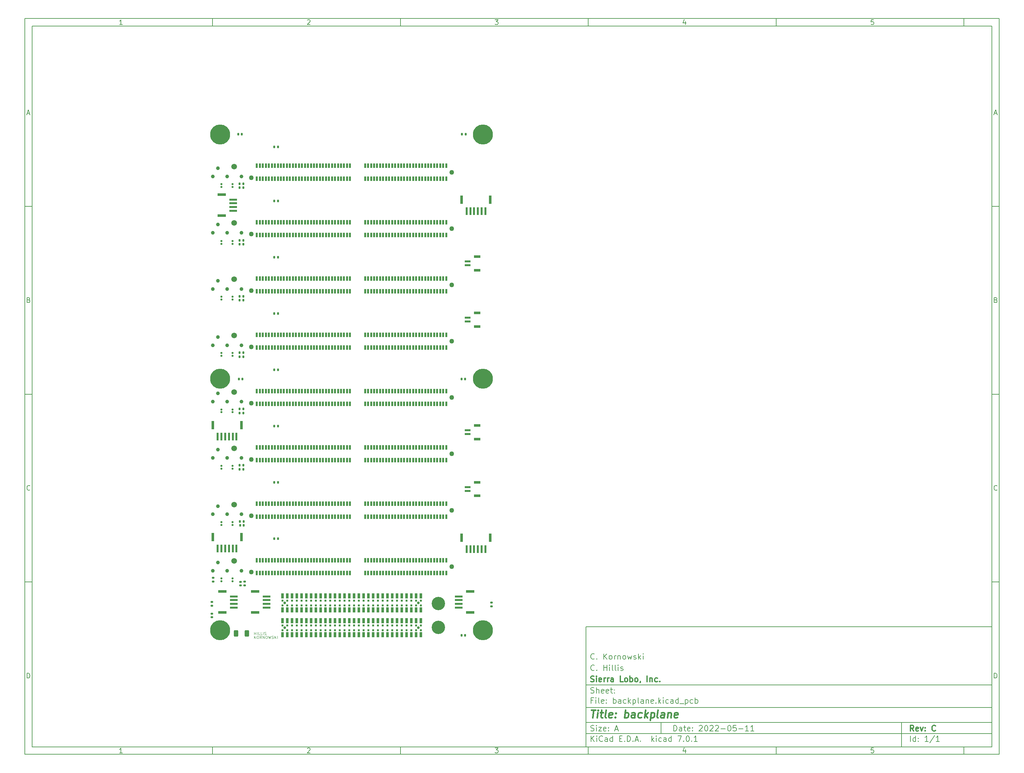
<source format=gts>
G04 #@! TF.GenerationSoftware,KiCad,Pcbnew,7.0.1*
G04 #@! TF.CreationDate,2023-06-01T09:09:46-04:00*
G04 #@! TF.ProjectId,backplane,6261636b-706c-4616-9e65-2e6b69636164,C*
G04 #@! TF.SameCoordinates,Original*
G04 #@! TF.FileFunction,Soldermask,Top*
G04 #@! TF.FilePolarity,Negative*
%FSLAX46Y46*%
G04 Gerber Fmt 4.6, Leading zero omitted, Abs format (unit mm)*
G04 Created by KiCad (PCBNEW 7.0.1) date 2023-06-01 09:09:46*
%MOMM*%
%LPD*%
G01*
G04 APERTURE LIST*
G04 Aperture macros list*
%AMRoundRect*
0 Rectangle with rounded corners*
0 $1 Rounding radius*
0 $2 $3 $4 $5 $6 $7 $8 $9 X,Y pos of 4 corners*
0 Add a 4 corners polygon primitive as box body*
4,1,4,$2,$3,$4,$5,$6,$7,$8,$9,$2,$3,0*
0 Add four circle primitives for the rounded corners*
1,1,$1+$1,$2,$3*
1,1,$1+$1,$4,$5*
1,1,$1+$1,$6,$7*
1,1,$1+$1,$8,$9*
0 Add four rect primitives between the rounded corners*
20,1,$1+$1,$2,$3,$4,$5,0*
20,1,$1+$1,$4,$5,$6,$7,0*
20,1,$1+$1,$6,$7,$8,$9,0*
20,1,$1+$1,$8,$9,$2,$3,0*%
G04 Aperture macros list end*
%ADD10C,0.100000*%
%ADD11C,0.150000*%
%ADD12C,0.300000*%
%ADD13C,0.400000*%
%ADD14C,0.125000*%
%ADD15R,1.550000X0.600000*%
%ADD16R,1.800000X0.800000*%
%ADD17RoundRect,0.140000X0.140000X0.170000X-0.140000X0.170000X-0.140000X-0.170000X0.140000X-0.170000X0*%
%ADD18RoundRect,0.140000X-0.170000X0.140000X-0.170000X-0.140000X0.170000X-0.140000X0.170000X0.140000X0*%
%ADD19RoundRect,0.140000X-0.140000X-0.170000X0.140000X-0.170000X0.140000X0.170000X-0.140000X0.170000X0*%
%ADD20C,1.000000*%
%ADD21C,1.500000*%
%ADD22C,1.270000*%
%ADD23R,0.500000X1.200000*%
%ADD24C,5.334000*%
%ADD25RoundRect,0.250000X0.312500X0.625000X-0.312500X0.625000X-0.312500X-0.625000X0.312500X-0.625000X0*%
%ADD26C,0.609600*%
%ADD27C,0.740000*%
%ADD28R,0.740000X1.470000*%
%ADD29RoundRect,0.135000X0.135000X0.185000X-0.135000X0.185000X-0.135000X-0.185000X0.135000X-0.185000X0*%
%ADD30RoundRect,0.125000X0.125000X0.150000X-0.125000X0.150000X-0.125000X-0.150000X0.125000X-0.150000X0*%
%ADD31R,2.025000X0.600000*%
%ADD32R,2.275000X0.800000*%
%ADD33C,3.556000*%
%ADD34R,0.600000X2.025000*%
%ADD35R,0.800000X2.275000*%
%ADD36RoundRect,0.135000X0.185000X-0.135000X0.185000X0.135000X-0.185000X0.135000X-0.185000X-0.135000X0*%
%ADD37RoundRect,0.135000X-0.135000X-0.185000X0.135000X-0.185000X0.135000X0.185000X-0.135000X0.185000X0*%
G04 APERTURE END LIST*
D10*
D11*
X159400000Y-171900000D02*
X267400000Y-171900000D01*
X267400000Y-203900000D01*
X159400000Y-203900000D01*
X159400000Y-171900000D01*
D10*
D11*
X10000000Y-10000000D02*
X269400000Y-10000000D01*
X269400000Y-205900000D01*
X10000000Y-205900000D01*
X10000000Y-10000000D01*
D10*
D11*
X12000000Y-12000000D02*
X267400000Y-12000000D01*
X267400000Y-203900000D01*
X12000000Y-203900000D01*
X12000000Y-12000000D01*
D10*
D11*
X60000000Y-12000000D02*
X60000000Y-10000000D01*
D10*
D11*
X110000000Y-12000000D02*
X110000000Y-10000000D01*
D10*
D11*
X160000000Y-12000000D02*
X160000000Y-10000000D01*
D10*
D11*
X210000000Y-12000000D02*
X210000000Y-10000000D01*
D10*
D11*
X260000000Y-12000000D02*
X260000000Y-10000000D01*
D10*
D11*
X35990476Y-11601404D02*
X35247619Y-11601404D01*
X35619047Y-11601404D02*
X35619047Y-10301404D01*
X35619047Y-10301404D02*
X35495238Y-10487119D01*
X35495238Y-10487119D02*
X35371428Y-10610928D01*
X35371428Y-10610928D02*
X35247619Y-10672833D01*
D10*
D11*
X85247619Y-10425214D02*
X85309523Y-10363309D01*
X85309523Y-10363309D02*
X85433333Y-10301404D01*
X85433333Y-10301404D02*
X85742857Y-10301404D01*
X85742857Y-10301404D02*
X85866666Y-10363309D01*
X85866666Y-10363309D02*
X85928571Y-10425214D01*
X85928571Y-10425214D02*
X85990476Y-10549023D01*
X85990476Y-10549023D02*
X85990476Y-10672833D01*
X85990476Y-10672833D02*
X85928571Y-10858547D01*
X85928571Y-10858547D02*
X85185714Y-11601404D01*
X85185714Y-11601404D02*
X85990476Y-11601404D01*
D10*
D11*
X135185714Y-10301404D02*
X135990476Y-10301404D01*
X135990476Y-10301404D02*
X135557142Y-10796642D01*
X135557142Y-10796642D02*
X135742857Y-10796642D01*
X135742857Y-10796642D02*
X135866666Y-10858547D01*
X135866666Y-10858547D02*
X135928571Y-10920452D01*
X135928571Y-10920452D02*
X135990476Y-11044261D01*
X135990476Y-11044261D02*
X135990476Y-11353785D01*
X135990476Y-11353785D02*
X135928571Y-11477595D01*
X135928571Y-11477595D02*
X135866666Y-11539500D01*
X135866666Y-11539500D02*
X135742857Y-11601404D01*
X135742857Y-11601404D02*
X135371428Y-11601404D01*
X135371428Y-11601404D02*
X135247619Y-11539500D01*
X135247619Y-11539500D02*
X135185714Y-11477595D01*
D10*
D11*
X185866666Y-10734738D02*
X185866666Y-11601404D01*
X185557142Y-10239500D02*
X185247619Y-11168071D01*
X185247619Y-11168071D02*
X186052380Y-11168071D01*
D10*
D11*
X235928571Y-10301404D02*
X235309523Y-10301404D01*
X235309523Y-10301404D02*
X235247619Y-10920452D01*
X235247619Y-10920452D02*
X235309523Y-10858547D01*
X235309523Y-10858547D02*
X235433333Y-10796642D01*
X235433333Y-10796642D02*
X235742857Y-10796642D01*
X235742857Y-10796642D02*
X235866666Y-10858547D01*
X235866666Y-10858547D02*
X235928571Y-10920452D01*
X235928571Y-10920452D02*
X235990476Y-11044261D01*
X235990476Y-11044261D02*
X235990476Y-11353785D01*
X235990476Y-11353785D02*
X235928571Y-11477595D01*
X235928571Y-11477595D02*
X235866666Y-11539500D01*
X235866666Y-11539500D02*
X235742857Y-11601404D01*
X235742857Y-11601404D02*
X235433333Y-11601404D01*
X235433333Y-11601404D02*
X235309523Y-11539500D01*
X235309523Y-11539500D02*
X235247619Y-11477595D01*
D10*
D11*
X60000000Y-203900000D02*
X60000000Y-205900000D01*
D10*
D11*
X110000000Y-203900000D02*
X110000000Y-205900000D01*
D10*
D11*
X160000000Y-203900000D02*
X160000000Y-205900000D01*
D10*
D11*
X210000000Y-203900000D02*
X210000000Y-205900000D01*
D10*
D11*
X260000000Y-203900000D02*
X260000000Y-205900000D01*
D10*
D11*
X35990476Y-205501404D02*
X35247619Y-205501404D01*
X35619047Y-205501404D02*
X35619047Y-204201404D01*
X35619047Y-204201404D02*
X35495238Y-204387119D01*
X35495238Y-204387119D02*
X35371428Y-204510928D01*
X35371428Y-204510928D02*
X35247619Y-204572833D01*
D10*
D11*
X85247619Y-204325214D02*
X85309523Y-204263309D01*
X85309523Y-204263309D02*
X85433333Y-204201404D01*
X85433333Y-204201404D02*
X85742857Y-204201404D01*
X85742857Y-204201404D02*
X85866666Y-204263309D01*
X85866666Y-204263309D02*
X85928571Y-204325214D01*
X85928571Y-204325214D02*
X85990476Y-204449023D01*
X85990476Y-204449023D02*
X85990476Y-204572833D01*
X85990476Y-204572833D02*
X85928571Y-204758547D01*
X85928571Y-204758547D02*
X85185714Y-205501404D01*
X85185714Y-205501404D02*
X85990476Y-205501404D01*
D10*
D11*
X135185714Y-204201404D02*
X135990476Y-204201404D01*
X135990476Y-204201404D02*
X135557142Y-204696642D01*
X135557142Y-204696642D02*
X135742857Y-204696642D01*
X135742857Y-204696642D02*
X135866666Y-204758547D01*
X135866666Y-204758547D02*
X135928571Y-204820452D01*
X135928571Y-204820452D02*
X135990476Y-204944261D01*
X135990476Y-204944261D02*
X135990476Y-205253785D01*
X135990476Y-205253785D02*
X135928571Y-205377595D01*
X135928571Y-205377595D02*
X135866666Y-205439500D01*
X135866666Y-205439500D02*
X135742857Y-205501404D01*
X135742857Y-205501404D02*
X135371428Y-205501404D01*
X135371428Y-205501404D02*
X135247619Y-205439500D01*
X135247619Y-205439500D02*
X135185714Y-205377595D01*
D10*
D11*
X185866666Y-204634738D02*
X185866666Y-205501404D01*
X185557142Y-204139500D02*
X185247619Y-205068071D01*
X185247619Y-205068071D02*
X186052380Y-205068071D01*
D10*
D11*
X235928571Y-204201404D02*
X235309523Y-204201404D01*
X235309523Y-204201404D02*
X235247619Y-204820452D01*
X235247619Y-204820452D02*
X235309523Y-204758547D01*
X235309523Y-204758547D02*
X235433333Y-204696642D01*
X235433333Y-204696642D02*
X235742857Y-204696642D01*
X235742857Y-204696642D02*
X235866666Y-204758547D01*
X235866666Y-204758547D02*
X235928571Y-204820452D01*
X235928571Y-204820452D02*
X235990476Y-204944261D01*
X235990476Y-204944261D02*
X235990476Y-205253785D01*
X235990476Y-205253785D02*
X235928571Y-205377595D01*
X235928571Y-205377595D02*
X235866666Y-205439500D01*
X235866666Y-205439500D02*
X235742857Y-205501404D01*
X235742857Y-205501404D02*
X235433333Y-205501404D01*
X235433333Y-205501404D02*
X235309523Y-205439500D01*
X235309523Y-205439500D02*
X235247619Y-205377595D01*
D10*
D11*
X10000000Y-60000000D02*
X12000000Y-60000000D01*
D10*
D11*
X10000000Y-110000000D02*
X12000000Y-110000000D01*
D10*
D11*
X10000000Y-160000000D02*
X12000000Y-160000000D01*
D10*
D11*
X10690476Y-35229976D02*
X11309523Y-35229976D01*
X10566666Y-35601404D02*
X10999999Y-34301404D01*
X10999999Y-34301404D02*
X11433333Y-35601404D01*
D10*
D11*
X11092857Y-84920452D02*
X11278571Y-84982357D01*
X11278571Y-84982357D02*
X11340476Y-85044261D01*
X11340476Y-85044261D02*
X11402380Y-85168071D01*
X11402380Y-85168071D02*
X11402380Y-85353785D01*
X11402380Y-85353785D02*
X11340476Y-85477595D01*
X11340476Y-85477595D02*
X11278571Y-85539500D01*
X11278571Y-85539500D02*
X11154761Y-85601404D01*
X11154761Y-85601404D02*
X10659523Y-85601404D01*
X10659523Y-85601404D02*
X10659523Y-84301404D01*
X10659523Y-84301404D02*
X11092857Y-84301404D01*
X11092857Y-84301404D02*
X11216666Y-84363309D01*
X11216666Y-84363309D02*
X11278571Y-84425214D01*
X11278571Y-84425214D02*
X11340476Y-84549023D01*
X11340476Y-84549023D02*
X11340476Y-84672833D01*
X11340476Y-84672833D02*
X11278571Y-84796642D01*
X11278571Y-84796642D02*
X11216666Y-84858547D01*
X11216666Y-84858547D02*
X11092857Y-84920452D01*
X11092857Y-84920452D02*
X10659523Y-84920452D01*
D10*
D11*
X11402380Y-135477595D02*
X11340476Y-135539500D01*
X11340476Y-135539500D02*
X11154761Y-135601404D01*
X11154761Y-135601404D02*
X11030952Y-135601404D01*
X11030952Y-135601404D02*
X10845238Y-135539500D01*
X10845238Y-135539500D02*
X10721428Y-135415690D01*
X10721428Y-135415690D02*
X10659523Y-135291880D01*
X10659523Y-135291880D02*
X10597619Y-135044261D01*
X10597619Y-135044261D02*
X10597619Y-134858547D01*
X10597619Y-134858547D02*
X10659523Y-134610928D01*
X10659523Y-134610928D02*
X10721428Y-134487119D01*
X10721428Y-134487119D02*
X10845238Y-134363309D01*
X10845238Y-134363309D02*
X11030952Y-134301404D01*
X11030952Y-134301404D02*
X11154761Y-134301404D01*
X11154761Y-134301404D02*
X11340476Y-134363309D01*
X11340476Y-134363309D02*
X11402380Y-134425214D01*
D10*
D11*
X10659523Y-185601404D02*
X10659523Y-184301404D01*
X10659523Y-184301404D02*
X10969047Y-184301404D01*
X10969047Y-184301404D02*
X11154761Y-184363309D01*
X11154761Y-184363309D02*
X11278571Y-184487119D01*
X11278571Y-184487119D02*
X11340476Y-184610928D01*
X11340476Y-184610928D02*
X11402380Y-184858547D01*
X11402380Y-184858547D02*
X11402380Y-185044261D01*
X11402380Y-185044261D02*
X11340476Y-185291880D01*
X11340476Y-185291880D02*
X11278571Y-185415690D01*
X11278571Y-185415690D02*
X11154761Y-185539500D01*
X11154761Y-185539500D02*
X10969047Y-185601404D01*
X10969047Y-185601404D02*
X10659523Y-185601404D01*
D10*
D11*
X269400000Y-60000000D02*
X267400000Y-60000000D01*
D10*
D11*
X269400000Y-110000000D02*
X267400000Y-110000000D01*
D10*
D11*
X269400000Y-160000000D02*
X267400000Y-160000000D01*
D10*
D11*
X268090476Y-35229976D02*
X268709523Y-35229976D01*
X267966666Y-35601404D02*
X268399999Y-34301404D01*
X268399999Y-34301404D02*
X268833333Y-35601404D01*
D10*
D11*
X268492857Y-84920452D02*
X268678571Y-84982357D01*
X268678571Y-84982357D02*
X268740476Y-85044261D01*
X268740476Y-85044261D02*
X268802380Y-85168071D01*
X268802380Y-85168071D02*
X268802380Y-85353785D01*
X268802380Y-85353785D02*
X268740476Y-85477595D01*
X268740476Y-85477595D02*
X268678571Y-85539500D01*
X268678571Y-85539500D02*
X268554761Y-85601404D01*
X268554761Y-85601404D02*
X268059523Y-85601404D01*
X268059523Y-85601404D02*
X268059523Y-84301404D01*
X268059523Y-84301404D02*
X268492857Y-84301404D01*
X268492857Y-84301404D02*
X268616666Y-84363309D01*
X268616666Y-84363309D02*
X268678571Y-84425214D01*
X268678571Y-84425214D02*
X268740476Y-84549023D01*
X268740476Y-84549023D02*
X268740476Y-84672833D01*
X268740476Y-84672833D02*
X268678571Y-84796642D01*
X268678571Y-84796642D02*
X268616666Y-84858547D01*
X268616666Y-84858547D02*
X268492857Y-84920452D01*
X268492857Y-84920452D02*
X268059523Y-84920452D01*
D10*
D11*
X268802380Y-135477595D02*
X268740476Y-135539500D01*
X268740476Y-135539500D02*
X268554761Y-135601404D01*
X268554761Y-135601404D02*
X268430952Y-135601404D01*
X268430952Y-135601404D02*
X268245238Y-135539500D01*
X268245238Y-135539500D02*
X268121428Y-135415690D01*
X268121428Y-135415690D02*
X268059523Y-135291880D01*
X268059523Y-135291880D02*
X267997619Y-135044261D01*
X267997619Y-135044261D02*
X267997619Y-134858547D01*
X267997619Y-134858547D02*
X268059523Y-134610928D01*
X268059523Y-134610928D02*
X268121428Y-134487119D01*
X268121428Y-134487119D02*
X268245238Y-134363309D01*
X268245238Y-134363309D02*
X268430952Y-134301404D01*
X268430952Y-134301404D02*
X268554761Y-134301404D01*
X268554761Y-134301404D02*
X268740476Y-134363309D01*
X268740476Y-134363309D02*
X268802380Y-134425214D01*
D10*
D11*
X268059523Y-185601404D02*
X268059523Y-184301404D01*
X268059523Y-184301404D02*
X268369047Y-184301404D01*
X268369047Y-184301404D02*
X268554761Y-184363309D01*
X268554761Y-184363309D02*
X268678571Y-184487119D01*
X268678571Y-184487119D02*
X268740476Y-184610928D01*
X268740476Y-184610928D02*
X268802380Y-184858547D01*
X268802380Y-184858547D02*
X268802380Y-185044261D01*
X268802380Y-185044261D02*
X268740476Y-185291880D01*
X268740476Y-185291880D02*
X268678571Y-185415690D01*
X268678571Y-185415690D02*
X268554761Y-185539500D01*
X268554761Y-185539500D02*
X268369047Y-185601404D01*
X268369047Y-185601404D02*
X268059523Y-185601404D01*
D10*
D11*
X182757142Y-199693928D02*
X182757142Y-198193928D01*
X182757142Y-198193928D02*
X183114285Y-198193928D01*
X183114285Y-198193928D02*
X183328571Y-198265357D01*
X183328571Y-198265357D02*
X183471428Y-198408214D01*
X183471428Y-198408214D02*
X183542857Y-198551071D01*
X183542857Y-198551071D02*
X183614285Y-198836785D01*
X183614285Y-198836785D02*
X183614285Y-199051071D01*
X183614285Y-199051071D02*
X183542857Y-199336785D01*
X183542857Y-199336785D02*
X183471428Y-199479642D01*
X183471428Y-199479642D02*
X183328571Y-199622500D01*
X183328571Y-199622500D02*
X183114285Y-199693928D01*
X183114285Y-199693928D02*
X182757142Y-199693928D01*
X184900000Y-199693928D02*
X184900000Y-198908214D01*
X184900000Y-198908214D02*
X184828571Y-198765357D01*
X184828571Y-198765357D02*
X184685714Y-198693928D01*
X184685714Y-198693928D02*
X184400000Y-198693928D01*
X184400000Y-198693928D02*
X184257142Y-198765357D01*
X184900000Y-199622500D02*
X184757142Y-199693928D01*
X184757142Y-199693928D02*
X184400000Y-199693928D01*
X184400000Y-199693928D02*
X184257142Y-199622500D01*
X184257142Y-199622500D02*
X184185714Y-199479642D01*
X184185714Y-199479642D02*
X184185714Y-199336785D01*
X184185714Y-199336785D02*
X184257142Y-199193928D01*
X184257142Y-199193928D02*
X184400000Y-199122500D01*
X184400000Y-199122500D02*
X184757142Y-199122500D01*
X184757142Y-199122500D02*
X184900000Y-199051071D01*
X185400000Y-198693928D02*
X185971428Y-198693928D01*
X185614285Y-198193928D02*
X185614285Y-199479642D01*
X185614285Y-199479642D02*
X185685714Y-199622500D01*
X185685714Y-199622500D02*
X185828571Y-199693928D01*
X185828571Y-199693928D02*
X185971428Y-199693928D01*
X187042857Y-199622500D02*
X186900000Y-199693928D01*
X186900000Y-199693928D02*
X186614286Y-199693928D01*
X186614286Y-199693928D02*
X186471428Y-199622500D01*
X186471428Y-199622500D02*
X186400000Y-199479642D01*
X186400000Y-199479642D02*
X186400000Y-198908214D01*
X186400000Y-198908214D02*
X186471428Y-198765357D01*
X186471428Y-198765357D02*
X186614286Y-198693928D01*
X186614286Y-198693928D02*
X186900000Y-198693928D01*
X186900000Y-198693928D02*
X187042857Y-198765357D01*
X187042857Y-198765357D02*
X187114286Y-198908214D01*
X187114286Y-198908214D02*
X187114286Y-199051071D01*
X187114286Y-199051071D02*
X186400000Y-199193928D01*
X187757142Y-199551071D02*
X187828571Y-199622500D01*
X187828571Y-199622500D02*
X187757142Y-199693928D01*
X187757142Y-199693928D02*
X187685714Y-199622500D01*
X187685714Y-199622500D02*
X187757142Y-199551071D01*
X187757142Y-199551071D02*
X187757142Y-199693928D01*
X187757142Y-198765357D02*
X187828571Y-198836785D01*
X187828571Y-198836785D02*
X187757142Y-198908214D01*
X187757142Y-198908214D02*
X187685714Y-198836785D01*
X187685714Y-198836785D02*
X187757142Y-198765357D01*
X187757142Y-198765357D02*
X187757142Y-198908214D01*
X189542857Y-198336785D02*
X189614285Y-198265357D01*
X189614285Y-198265357D02*
X189757143Y-198193928D01*
X189757143Y-198193928D02*
X190114285Y-198193928D01*
X190114285Y-198193928D02*
X190257143Y-198265357D01*
X190257143Y-198265357D02*
X190328571Y-198336785D01*
X190328571Y-198336785D02*
X190400000Y-198479642D01*
X190400000Y-198479642D02*
X190400000Y-198622500D01*
X190400000Y-198622500D02*
X190328571Y-198836785D01*
X190328571Y-198836785D02*
X189471428Y-199693928D01*
X189471428Y-199693928D02*
X190400000Y-199693928D01*
X191328571Y-198193928D02*
X191471428Y-198193928D01*
X191471428Y-198193928D02*
X191614285Y-198265357D01*
X191614285Y-198265357D02*
X191685714Y-198336785D01*
X191685714Y-198336785D02*
X191757142Y-198479642D01*
X191757142Y-198479642D02*
X191828571Y-198765357D01*
X191828571Y-198765357D02*
X191828571Y-199122500D01*
X191828571Y-199122500D02*
X191757142Y-199408214D01*
X191757142Y-199408214D02*
X191685714Y-199551071D01*
X191685714Y-199551071D02*
X191614285Y-199622500D01*
X191614285Y-199622500D02*
X191471428Y-199693928D01*
X191471428Y-199693928D02*
X191328571Y-199693928D01*
X191328571Y-199693928D02*
X191185714Y-199622500D01*
X191185714Y-199622500D02*
X191114285Y-199551071D01*
X191114285Y-199551071D02*
X191042856Y-199408214D01*
X191042856Y-199408214D02*
X190971428Y-199122500D01*
X190971428Y-199122500D02*
X190971428Y-198765357D01*
X190971428Y-198765357D02*
X191042856Y-198479642D01*
X191042856Y-198479642D02*
X191114285Y-198336785D01*
X191114285Y-198336785D02*
X191185714Y-198265357D01*
X191185714Y-198265357D02*
X191328571Y-198193928D01*
X192399999Y-198336785D02*
X192471427Y-198265357D01*
X192471427Y-198265357D02*
X192614285Y-198193928D01*
X192614285Y-198193928D02*
X192971427Y-198193928D01*
X192971427Y-198193928D02*
X193114285Y-198265357D01*
X193114285Y-198265357D02*
X193185713Y-198336785D01*
X193185713Y-198336785D02*
X193257142Y-198479642D01*
X193257142Y-198479642D02*
X193257142Y-198622500D01*
X193257142Y-198622500D02*
X193185713Y-198836785D01*
X193185713Y-198836785D02*
X192328570Y-199693928D01*
X192328570Y-199693928D02*
X193257142Y-199693928D01*
X193828570Y-198336785D02*
X193899998Y-198265357D01*
X193899998Y-198265357D02*
X194042856Y-198193928D01*
X194042856Y-198193928D02*
X194399998Y-198193928D01*
X194399998Y-198193928D02*
X194542856Y-198265357D01*
X194542856Y-198265357D02*
X194614284Y-198336785D01*
X194614284Y-198336785D02*
X194685713Y-198479642D01*
X194685713Y-198479642D02*
X194685713Y-198622500D01*
X194685713Y-198622500D02*
X194614284Y-198836785D01*
X194614284Y-198836785D02*
X193757141Y-199693928D01*
X193757141Y-199693928D02*
X194685713Y-199693928D01*
X195328569Y-199122500D02*
X196471427Y-199122500D01*
X197471427Y-198193928D02*
X197614284Y-198193928D01*
X197614284Y-198193928D02*
X197757141Y-198265357D01*
X197757141Y-198265357D02*
X197828570Y-198336785D01*
X197828570Y-198336785D02*
X197899998Y-198479642D01*
X197899998Y-198479642D02*
X197971427Y-198765357D01*
X197971427Y-198765357D02*
X197971427Y-199122500D01*
X197971427Y-199122500D02*
X197899998Y-199408214D01*
X197899998Y-199408214D02*
X197828570Y-199551071D01*
X197828570Y-199551071D02*
X197757141Y-199622500D01*
X197757141Y-199622500D02*
X197614284Y-199693928D01*
X197614284Y-199693928D02*
X197471427Y-199693928D01*
X197471427Y-199693928D02*
X197328570Y-199622500D01*
X197328570Y-199622500D02*
X197257141Y-199551071D01*
X197257141Y-199551071D02*
X197185712Y-199408214D01*
X197185712Y-199408214D02*
X197114284Y-199122500D01*
X197114284Y-199122500D02*
X197114284Y-198765357D01*
X197114284Y-198765357D02*
X197185712Y-198479642D01*
X197185712Y-198479642D02*
X197257141Y-198336785D01*
X197257141Y-198336785D02*
X197328570Y-198265357D01*
X197328570Y-198265357D02*
X197471427Y-198193928D01*
X199328569Y-198193928D02*
X198614283Y-198193928D01*
X198614283Y-198193928D02*
X198542855Y-198908214D01*
X198542855Y-198908214D02*
X198614283Y-198836785D01*
X198614283Y-198836785D02*
X198757141Y-198765357D01*
X198757141Y-198765357D02*
X199114283Y-198765357D01*
X199114283Y-198765357D02*
X199257141Y-198836785D01*
X199257141Y-198836785D02*
X199328569Y-198908214D01*
X199328569Y-198908214D02*
X199399998Y-199051071D01*
X199399998Y-199051071D02*
X199399998Y-199408214D01*
X199399998Y-199408214D02*
X199328569Y-199551071D01*
X199328569Y-199551071D02*
X199257141Y-199622500D01*
X199257141Y-199622500D02*
X199114283Y-199693928D01*
X199114283Y-199693928D02*
X198757141Y-199693928D01*
X198757141Y-199693928D02*
X198614283Y-199622500D01*
X198614283Y-199622500D02*
X198542855Y-199551071D01*
X200042854Y-199122500D02*
X201185712Y-199122500D01*
X202685712Y-199693928D02*
X201828569Y-199693928D01*
X202257140Y-199693928D02*
X202257140Y-198193928D01*
X202257140Y-198193928D02*
X202114283Y-198408214D01*
X202114283Y-198408214D02*
X201971426Y-198551071D01*
X201971426Y-198551071D02*
X201828569Y-198622500D01*
X204114283Y-199693928D02*
X203257140Y-199693928D01*
X203685711Y-199693928D02*
X203685711Y-198193928D01*
X203685711Y-198193928D02*
X203542854Y-198408214D01*
X203542854Y-198408214D02*
X203399997Y-198551071D01*
X203399997Y-198551071D02*
X203257140Y-198622500D01*
D10*
D11*
X159400000Y-200400000D02*
X267400000Y-200400000D01*
D10*
D11*
X160757142Y-202493928D02*
X160757142Y-200993928D01*
X161614285Y-202493928D02*
X160971428Y-201636785D01*
X161614285Y-200993928D02*
X160757142Y-201851071D01*
X162257142Y-202493928D02*
X162257142Y-201493928D01*
X162257142Y-200993928D02*
X162185714Y-201065357D01*
X162185714Y-201065357D02*
X162257142Y-201136785D01*
X162257142Y-201136785D02*
X162328571Y-201065357D01*
X162328571Y-201065357D02*
X162257142Y-200993928D01*
X162257142Y-200993928D02*
X162257142Y-201136785D01*
X163828571Y-202351071D02*
X163757143Y-202422500D01*
X163757143Y-202422500D02*
X163542857Y-202493928D01*
X163542857Y-202493928D02*
X163400000Y-202493928D01*
X163400000Y-202493928D02*
X163185714Y-202422500D01*
X163185714Y-202422500D02*
X163042857Y-202279642D01*
X163042857Y-202279642D02*
X162971428Y-202136785D01*
X162971428Y-202136785D02*
X162900000Y-201851071D01*
X162900000Y-201851071D02*
X162900000Y-201636785D01*
X162900000Y-201636785D02*
X162971428Y-201351071D01*
X162971428Y-201351071D02*
X163042857Y-201208214D01*
X163042857Y-201208214D02*
X163185714Y-201065357D01*
X163185714Y-201065357D02*
X163400000Y-200993928D01*
X163400000Y-200993928D02*
X163542857Y-200993928D01*
X163542857Y-200993928D02*
X163757143Y-201065357D01*
X163757143Y-201065357D02*
X163828571Y-201136785D01*
X165114286Y-202493928D02*
X165114286Y-201708214D01*
X165114286Y-201708214D02*
X165042857Y-201565357D01*
X165042857Y-201565357D02*
X164900000Y-201493928D01*
X164900000Y-201493928D02*
X164614286Y-201493928D01*
X164614286Y-201493928D02*
X164471428Y-201565357D01*
X165114286Y-202422500D02*
X164971428Y-202493928D01*
X164971428Y-202493928D02*
X164614286Y-202493928D01*
X164614286Y-202493928D02*
X164471428Y-202422500D01*
X164471428Y-202422500D02*
X164400000Y-202279642D01*
X164400000Y-202279642D02*
X164400000Y-202136785D01*
X164400000Y-202136785D02*
X164471428Y-201993928D01*
X164471428Y-201993928D02*
X164614286Y-201922500D01*
X164614286Y-201922500D02*
X164971428Y-201922500D01*
X164971428Y-201922500D02*
X165114286Y-201851071D01*
X166471429Y-202493928D02*
X166471429Y-200993928D01*
X166471429Y-202422500D02*
X166328571Y-202493928D01*
X166328571Y-202493928D02*
X166042857Y-202493928D01*
X166042857Y-202493928D02*
X165900000Y-202422500D01*
X165900000Y-202422500D02*
X165828571Y-202351071D01*
X165828571Y-202351071D02*
X165757143Y-202208214D01*
X165757143Y-202208214D02*
X165757143Y-201779642D01*
X165757143Y-201779642D02*
X165828571Y-201636785D01*
X165828571Y-201636785D02*
X165900000Y-201565357D01*
X165900000Y-201565357D02*
X166042857Y-201493928D01*
X166042857Y-201493928D02*
X166328571Y-201493928D01*
X166328571Y-201493928D02*
X166471429Y-201565357D01*
X168328571Y-201708214D02*
X168828571Y-201708214D01*
X169042857Y-202493928D02*
X168328571Y-202493928D01*
X168328571Y-202493928D02*
X168328571Y-200993928D01*
X168328571Y-200993928D02*
X169042857Y-200993928D01*
X169685714Y-202351071D02*
X169757143Y-202422500D01*
X169757143Y-202422500D02*
X169685714Y-202493928D01*
X169685714Y-202493928D02*
X169614286Y-202422500D01*
X169614286Y-202422500D02*
X169685714Y-202351071D01*
X169685714Y-202351071D02*
X169685714Y-202493928D01*
X170400000Y-202493928D02*
X170400000Y-200993928D01*
X170400000Y-200993928D02*
X170757143Y-200993928D01*
X170757143Y-200993928D02*
X170971429Y-201065357D01*
X170971429Y-201065357D02*
X171114286Y-201208214D01*
X171114286Y-201208214D02*
X171185715Y-201351071D01*
X171185715Y-201351071D02*
X171257143Y-201636785D01*
X171257143Y-201636785D02*
X171257143Y-201851071D01*
X171257143Y-201851071D02*
X171185715Y-202136785D01*
X171185715Y-202136785D02*
X171114286Y-202279642D01*
X171114286Y-202279642D02*
X170971429Y-202422500D01*
X170971429Y-202422500D02*
X170757143Y-202493928D01*
X170757143Y-202493928D02*
X170400000Y-202493928D01*
X171900000Y-202351071D02*
X171971429Y-202422500D01*
X171971429Y-202422500D02*
X171900000Y-202493928D01*
X171900000Y-202493928D02*
X171828572Y-202422500D01*
X171828572Y-202422500D02*
X171900000Y-202351071D01*
X171900000Y-202351071D02*
X171900000Y-202493928D01*
X172542858Y-202065357D02*
X173257144Y-202065357D01*
X172400001Y-202493928D02*
X172900001Y-200993928D01*
X172900001Y-200993928D02*
X173400001Y-202493928D01*
X173900000Y-202351071D02*
X173971429Y-202422500D01*
X173971429Y-202422500D02*
X173900000Y-202493928D01*
X173900000Y-202493928D02*
X173828572Y-202422500D01*
X173828572Y-202422500D02*
X173900000Y-202351071D01*
X173900000Y-202351071D02*
X173900000Y-202493928D01*
X176900000Y-202493928D02*
X176900000Y-200993928D01*
X177042858Y-201922500D02*
X177471429Y-202493928D01*
X177471429Y-201493928D02*
X176900000Y-202065357D01*
X178114286Y-202493928D02*
X178114286Y-201493928D01*
X178114286Y-200993928D02*
X178042858Y-201065357D01*
X178042858Y-201065357D02*
X178114286Y-201136785D01*
X178114286Y-201136785D02*
X178185715Y-201065357D01*
X178185715Y-201065357D02*
X178114286Y-200993928D01*
X178114286Y-200993928D02*
X178114286Y-201136785D01*
X179471430Y-202422500D02*
X179328572Y-202493928D01*
X179328572Y-202493928D02*
X179042858Y-202493928D01*
X179042858Y-202493928D02*
X178900001Y-202422500D01*
X178900001Y-202422500D02*
X178828572Y-202351071D01*
X178828572Y-202351071D02*
X178757144Y-202208214D01*
X178757144Y-202208214D02*
X178757144Y-201779642D01*
X178757144Y-201779642D02*
X178828572Y-201636785D01*
X178828572Y-201636785D02*
X178900001Y-201565357D01*
X178900001Y-201565357D02*
X179042858Y-201493928D01*
X179042858Y-201493928D02*
X179328572Y-201493928D01*
X179328572Y-201493928D02*
X179471430Y-201565357D01*
X180757144Y-202493928D02*
X180757144Y-201708214D01*
X180757144Y-201708214D02*
X180685715Y-201565357D01*
X180685715Y-201565357D02*
X180542858Y-201493928D01*
X180542858Y-201493928D02*
X180257144Y-201493928D01*
X180257144Y-201493928D02*
X180114286Y-201565357D01*
X180757144Y-202422500D02*
X180614286Y-202493928D01*
X180614286Y-202493928D02*
X180257144Y-202493928D01*
X180257144Y-202493928D02*
X180114286Y-202422500D01*
X180114286Y-202422500D02*
X180042858Y-202279642D01*
X180042858Y-202279642D02*
X180042858Y-202136785D01*
X180042858Y-202136785D02*
X180114286Y-201993928D01*
X180114286Y-201993928D02*
X180257144Y-201922500D01*
X180257144Y-201922500D02*
X180614286Y-201922500D01*
X180614286Y-201922500D02*
X180757144Y-201851071D01*
X182114287Y-202493928D02*
X182114287Y-200993928D01*
X182114287Y-202422500D02*
X181971429Y-202493928D01*
X181971429Y-202493928D02*
X181685715Y-202493928D01*
X181685715Y-202493928D02*
X181542858Y-202422500D01*
X181542858Y-202422500D02*
X181471429Y-202351071D01*
X181471429Y-202351071D02*
X181400001Y-202208214D01*
X181400001Y-202208214D02*
X181400001Y-201779642D01*
X181400001Y-201779642D02*
X181471429Y-201636785D01*
X181471429Y-201636785D02*
X181542858Y-201565357D01*
X181542858Y-201565357D02*
X181685715Y-201493928D01*
X181685715Y-201493928D02*
X181971429Y-201493928D01*
X181971429Y-201493928D02*
X182114287Y-201565357D01*
X183828572Y-200993928D02*
X184828572Y-200993928D01*
X184828572Y-200993928D02*
X184185715Y-202493928D01*
X185400000Y-202351071D02*
X185471429Y-202422500D01*
X185471429Y-202422500D02*
X185400000Y-202493928D01*
X185400000Y-202493928D02*
X185328572Y-202422500D01*
X185328572Y-202422500D02*
X185400000Y-202351071D01*
X185400000Y-202351071D02*
X185400000Y-202493928D01*
X186400001Y-200993928D02*
X186542858Y-200993928D01*
X186542858Y-200993928D02*
X186685715Y-201065357D01*
X186685715Y-201065357D02*
X186757144Y-201136785D01*
X186757144Y-201136785D02*
X186828572Y-201279642D01*
X186828572Y-201279642D02*
X186900001Y-201565357D01*
X186900001Y-201565357D02*
X186900001Y-201922500D01*
X186900001Y-201922500D02*
X186828572Y-202208214D01*
X186828572Y-202208214D02*
X186757144Y-202351071D01*
X186757144Y-202351071D02*
X186685715Y-202422500D01*
X186685715Y-202422500D02*
X186542858Y-202493928D01*
X186542858Y-202493928D02*
X186400001Y-202493928D01*
X186400001Y-202493928D02*
X186257144Y-202422500D01*
X186257144Y-202422500D02*
X186185715Y-202351071D01*
X186185715Y-202351071D02*
X186114286Y-202208214D01*
X186114286Y-202208214D02*
X186042858Y-201922500D01*
X186042858Y-201922500D02*
X186042858Y-201565357D01*
X186042858Y-201565357D02*
X186114286Y-201279642D01*
X186114286Y-201279642D02*
X186185715Y-201136785D01*
X186185715Y-201136785D02*
X186257144Y-201065357D01*
X186257144Y-201065357D02*
X186400001Y-200993928D01*
X187542857Y-202351071D02*
X187614286Y-202422500D01*
X187614286Y-202422500D02*
X187542857Y-202493928D01*
X187542857Y-202493928D02*
X187471429Y-202422500D01*
X187471429Y-202422500D02*
X187542857Y-202351071D01*
X187542857Y-202351071D02*
X187542857Y-202493928D01*
X189042858Y-202493928D02*
X188185715Y-202493928D01*
X188614286Y-202493928D02*
X188614286Y-200993928D01*
X188614286Y-200993928D02*
X188471429Y-201208214D01*
X188471429Y-201208214D02*
X188328572Y-201351071D01*
X188328572Y-201351071D02*
X188185715Y-201422500D01*
D10*
D11*
X159400000Y-197400000D02*
X267400000Y-197400000D01*
D10*
D12*
X246614285Y-199693928D02*
X246114285Y-198979642D01*
X245757142Y-199693928D02*
X245757142Y-198193928D01*
X245757142Y-198193928D02*
X246328571Y-198193928D01*
X246328571Y-198193928D02*
X246471428Y-198265357D01*
X246471428Y-198265357D02*
X246542857Y-198336785D01*
X246542857Y-198336785D02*
X246614285Y-198479642D01*
X246614285Y-198479642D02*
X246614285Y-198693928D01*
X246614285Y-198693928D02*
X246542857Y-198836785D01*
X246542857Y-198836785D02*
X246471428Y-198908214D01*
X246471428Y-198908214D02*
X246328571Y-198979642D01*
X246328571Y-198979642D02*
X245757142Y-198979642D01*
X247828571Y-199622500D02*
X247685714Y-199693928D01*
X247685714Y-199693928D02*
X247400000Y-199693928D01*
X247400000Y-199693928D02*
X247257142Y-199622500D01*
X247257142Y-199622500D02*
X247185714Y-199479642D01*
X247185714Y-199479642D02*
X247185714Y-198908214D01*
X247185714Y-198908214D02*
X247257142Y-198765357D01*
X247257142Y-198765357D02*
X247400000Y-198693928D01*
X247400000Y-198693928D02*
X247685714Y-198693928D01*
X247685714Y-198693928D02*
X247828571Y-198765357D01*
X247828571Y-198765357D02*
X247900000Y-198908214D01*
X247900000Y-198908214D02*
X247900000Y-199051071D01*
X247900000Y-199051071D02*
X247185714Y-199193928D01*
X248399999Y-198693928D02*
X248757142Y-199693928D01*
X248757142Y-199693928D02*
X249114285Y-198693928D01*
X249685713Y-199551071D02*
X249757142Y-199622500D01*
X249757142Y-199622500D02*
X249685713Y-199693928D01*
X249685713Y-199693928D02*
X249614285Y-199622500D01*
X249614285Y-199622500D02*
X249685713Y-199551071D01*
X249685713Y-199551071D02*
X249685713Y-199693928D01*
X249685713Y-198765357D02*
X249757142Y-198836785D01*
X249757142Y-198836785D02*
X249685713Y-198908214D01*
X249685713Y-198908214D02*
X249614285Y-198836785D01*
X249614285Y-198836785D02*
X249685713Y-198765357D01*
X249685713Y-198765357D02*
X249685713Y-198908214D01*
X252399999Y-199551071D02*
X252328571Y-199622500D01*
X252328571Y-199622500D02*
X252114285Y-199693928D01*
X252114285Y-199693928D02*
X251971428Y-199693928D01*
X251971428Y-199693928D02*
X251757142Y-199622500D01*
X251757142Y-199622500D02*
X251614285Y-199479642D01*
X251614285Y-199479642D02*
X251542856Y-199336785D01*
X251542856Y-199336785D02*
X251471428Y-199051071D01*
X251471428Y-199051071D02*
X251471428Y-198836785D01*
X251471428Y-198836785D02*
X251542856Y-198551071D01*
X251542856Y-198551071D02*
X251614285Y-198408214D01*
X251614285Y-198408214D02*
X251757142Y-198265357D01*
X251757142Y-198265357D02*
X251971428Y-198193928D01*
X251971428Y-198193928D02*
X252114285Y-198193928D01*
X252114285Y-198193928D02*
X252328571Y-198265357D01*
X252328571Y-198265357D02*
X252399999Y-198336785D01*
D10*
D11*
X160685714Y-199622500D02*
X160900000Y-199693928D01*
X160900000Y-199693928D02*
X161257142Y-199693928D01*
X161257142Y-199693928D02*
X161400000Y-199622500D01*
X161400000Y-199622500D02*
X161471428Y-199551071D01*
X161471428Y-199551071D02*
X161542857Y-199408214D01*
X161542857Y-199408214D02*
X161542857Y-199265357D01*
X161542857Y-199265357D02*
X161471428Y-199122500D01*
X161471428Y-199122500D02*
X161400000Y-199051071D01*
X161400000Y-199051071D02*
X161257142Y-198979642D01*
X161257142Y-198979642D02*
X160971428Y-198908214D01*
X160971428Y-198908214D02*
X160828571Y-198836785D01*
X160828571Y-198836785D02*
X160757142Y-198765357D01*
X160757142Y-198765357D02*
X160685714Y-198622500D01*
X160685714Y-198622500D02*
X160685714Y-198479642D01*
X160685714Y-198479642D02*
X160757142Y-198336785D01*
X160757142Y-198336785D02*
X160828571Y-198265357D01*
X160828571Y-198265357D02*
X160971428Y-198193928D01*
X160971428Y-198193928D02*
X161328571Y-198193928D01*
X161328571Y-198193928D02*
X161542857Y-198265357D01*
X162185713Y-199693928D02*
X162185713Y-198693928D01*
X162185713Y-198193928D02*
X162114285Y-198265357D01*
X162114285Y-198265357D02*
X162185713Y-198336785D01*
X162185713Y-198336785D02*
X162257142Y-198265357D01*
X162257142Y-198265357D02*
X162185713Y-198193928D01*
X162185713Y-198193928D02*
X162185713Y-198336785D01*
X162757142Y-198693928D02*
X163542857Y-198693928D01*
X163542857Y-198693928D02*
X162757142Y-199693928D01*
X162757142Y-199693928D02*
X163542857Y-199693928D01*
X164685714Y-199622500D02*
X164542857Y-199693928D01*
X164542857Y-199693928D02*
X164257143Y-199693928D01*
X164257143Y-199693928D02*
X164114285Y-199622500D01*
X164114285Y-199622500D02*
X164042857Y-199479642D01*
X164042857Y-199479642D02*
X164042857Y-198908214D01*
X164042857Y-198908214D02*
X164114285Y-198765357D01*
X164114285Y-198765357D02*
X164257143Y-198693928D01*
X164257143Y-198693928D02*
X164542857Y-198693928D01*
X164542857Y-198693928D02*
X164685714Y-198765357D01*
X164685714Y-198765357D02*
X164757143Y-198908214D01*
X164757143Y-198908214D02*
X164757143Y-199051071D01*
X164757143Y-199051071D02*
X164042857Y-199193928D01*
X165399999Y-199551071D02*
X165471428Y-199622500D01*
X165471428Y-199622500D02*
X165399999Y-199693928D01*
X165399999Y-199693928D02*
X165328571Y-199622500D01*
X165328571Y-199622500D02*
X165399999Y-199551071D01*
X165399999Y-199551071D02*
X165399999Y-199693928D01*
X165399999Y-198765357D02*
X165471428Y-198836785D01*
X165471428Y-198836785D02*
X165399999Y-198908214D01*
X165399999Y-198908214D02*
X165328571Y-198836785D01*
X165328571Y-198836785D02*
X165399999Y-198765357D01*
X165399999Y-198765357D02*
X165399999Y-198908214D01*
X167185714Y-199265357D02*
X167900000Y-199265357D01*
X167042857Y-199693928D02*
X167542857Y-198193928D01*
X167542857Y-198193928D02*
X168042857Y-199693928D01*
D10*
D11*
X245757142Y-202493928D02*
X245757142Y-200993928D01*
X247114286Y-202493928D02*
X247114286Y-200993928D01*
X247114286Y-202422500D02*
X246971428Y-202493928D01*
X246971428Y-202493928D02*
X246685714Y-202493928D01*
X246685714Y-202493928D02*
X246542857Y-202422500D01*
X246542857Y-202422500D02*
X246471428Y-202351071D01*
X246471428Y-202351071D02*
X246400000Y-202208214D01*
X246400000Y-202208214D02*
X246400000Y-201779642D01*
X246400000Y-201779642D02*
X246471428Y-201636785D01*
X246471428Y-201636785D02*
X246542857Y-201565357D01*
X246542857Y-201565357D02*
X246685714Y-201493928D01*
X246685714Y-201493928D02*
X246971428Y-201493928D01*
X246971428Y-201493928D02*
X247114286Y-201565357D01*
X247828571Y-202351071D02*
X247900000Y-202422500D01*
X247900000Y-202422500D02*
X247828571Y-202493928D01*
X247828571Y-202493928D02*
X247757143Y-202422500D01*
X247757143Y-202422500D02*
X247828571Y-202351071D01*
X247828571Y-202351071D02*
X247828571Y-202493928D01*
X247828571Y-201565357D02*
X247900000Y-201636785D01*
X247900000Y-201636785D02*
X247828571Y-201708214D01*
X247828571Y-201708214D02*
X247757143Y-201636785D01*
X247757143Y-201636785D02*
X247828571Y-201565357D01*
X247828571Y-201565357D02*
X247828571Y-201708214D01*
X250471429Y-202493928D02*
X249614286Y-202493928D01*
X250042857Y-202493928D02*
X250042857Y-200993928D01*
X250042857Y-200993928D02*
X249900000Y-201208214D01*
X249900000Y-201208214D02*
X249757143Y-201351071D01*
X249757143Y-201351071D02*
X249614286Y-201422500D01*
X252185714Y-200922500D02*
X250900000Y-202851071D01*
X253471429Y-202493928D02*
X252614286Y-202493928D01*
X253042857Y-202493928D02*
X253042857Y-200993928D01*
X253042857Y-200993928D02*
X252900000Y-201208214D01*
X252900000Y-201208214D02*
X252757143Y-201351071D01*
X252757143Y-201351071D02*
X252614286Y-201422500D01*
D10*
D11*
X159400000Y-193400000D02*
X267400000Y-193400000D01*
D10*
D13*
X160828571Y-194125238D02*
X161971428Y-194125238D01*
X161150000Y-196125238D02*
X161400000Y-194125238D01*
X162376190Y-196125238D02*
X162542857Y-194791904D01*
X162626190Y-194125238D02*
X162519047Y-194220476D01*
X162519047Y-194220476D02*
X162602381Y-194315714D01*
X162602381Y-194315714D02*
X162709524Y-194220476D01*
X162709524Y-194220476D02*
X162626190Y-194125238D01*
X162626190Y-194125238D02*
X162602381Y-194315714D01*
X163197619Y-194791904D02*
X163959523Y-194791904D01*
X163566666Y-194125238D02*
X163352381Y-195839523D01*
X163352381Y-195839523D02*
X163423809Y-196030000D01*
X163423809Y-196030000D02*
X163602381Y-196125238D01*
X163602381Y-196125238D02*
X163792857Y-196125238D01*
X164733333Y-196125238D02*
X164554761Y-196030000D01*
X164554761Y-196030000D02*
X164483333Y-195839523D01*
X164483333Y-195839523D02*
X164697618Y-194125238D01*
X166257142Y-196030000D02*
X166054761Y-196125238D01*
X166054761Y-196125238D02*
X165673808Y-196125238D01*
X165673808Y-196125238D02*
X165495237Y-196030000D01*
X165495237Y-196030000D02*
X165423808Y-195839523D01*
X165423808Y-195839523D02*
X165519047Y-195077619D01*
X165519047Y-195077619D02*
X165638094Y-194887142D01*
X165638094Y-194887142D02*
X165840475Y-194791904D01*
X165840475Y-194791904D02*
X166221427Y-194791904D01*
X166221427Y-194791904D02*
X166399999Y-194887142D01*
X166399999Y-194887142D02*
X166471427Y-195077619D01*
X166471427Y-195077619D02*
X166447618Y-195268095D01*
X166447618Y-195268095D02*
X165471427Y-195458571D01*
X167209523Y-195934761D02*
X167292856Y-196030000D01*
X167292856Y-196030000D02*
X167185713Y-196125238D01*
X167185713Y-196125238D02*
X167102380Y-196030000D01*
X167102380Y-196030000D02*
X167209523Y-195934761D01*
X167209523Y-195934761D02*
X167185713Y-196125238D01*
X167340475Y-194887142D02*
X167423808Y-194982380D01*
X167423808Y-194982380D02*
X167316666Y-195077619D01*
X167316666Y-195077619D02*
X167233332Y-194982380D01*
X167233332Y-194982380D02*
X167340475Y-194887142D01*
X167340475Y-194887142D02*
X167316666Y-195077619D01*
X169649999Y-196125238D02*
X169899999Y-194125238D01*
X169804761Y-194887142D02*
X170007142Y-194791904D01*
X170007142Y-194791904D02*
X170388094Y-194791904D01*
X170388094Y-194791904D02*
X170566666Y-194887142D01*
X170566666Y-194887142D02*
X170649999Y-194982380D01*
X170649999Y-194982380D02*
X170721428Y-195172857D01*
X170721428Y-195172857D02*
X170649999Y-195744285D01*
X170649999Y-195744285D02*
X170530952Y-195934761D01*
X170530952Y-195934761D02*
X170423809Y-196030000D01*
X170423809Y-196030000D02*
X170221428Y-196125238D01*
X170221428Y-196125238D02*
X169840475Y-196125238D01*
X169840475Y-196125238D02*
X169661904Y-196030000D01*
X172304761Y-196125238D02*
X172435713Y-195077619D01*
X172435713Y-195077619D02*
X172364285Y-194887142D01*
X172364285Y-194887142D02*
X172185713Y-194791904D01*
X172185713Y-194791904D02*
X171804761Y-194791904D01*
X171804761Y-194791904D02*
X171602380Y-194887142D01*
X172316666Y-196030000D02*
X172114285Y-196125238D01*
X172114285Y-196125238D02*
X171638094Y-196125238D01*
X171638094Y-196125238D02*
X171459523Y-196030000D01*
X171459523Y-196030000D02*
X171388094Y-195839523D01*
X171388094Y-195839523D02*
X171411904Y-195649047D01*
X171411904Y-195649047D02*
X171530952Y-195458571D01*
X171530952Y-195458571D02*
X171733333Y-195363333D01*
X171733333Y-195363333D02*
X172209523Y-195363333D01*
X172209523Y-195363333D02*
X172411904Y-195268095D01*
X174114285Y-196030000D02*
X173911904Y-196125238D01*
X173911904Y-196125238D02*
X173530952Y-196125238D01*
X173530952Y-196125238D02*
X173352380Y-196030000D01*
X173352380Y-196030000D02*
X173269047Y-195934761D01*
X173269047Y-195934761D02*
X173197618Y-195744285D01*
X173197618Y-195744285D02*
X173269047Y-195172857D01*
X173269047Y-195172857D02*
X173388094Y-194982380D01*
X173388094Y-194982380D02*
X173495237Y-194887142D01*
X173495237Y-194887142D02*
X173697618Y-194791904D01*
X173697618Y-194791904D02*
X174078571Y-194791904D01*
X174078571Y-194791904D02*
X174257142Y-194887142D01*
X174947618Y-196125238D02*
X175197618Y-194125238D01*
X175233333Y-195363333D02*
X175709523Y-196125238D01*
X175876190Y-194791904D02*
X175019047Y-195553809D01*
X176721428Y-194791904D02*
X176471428Y-196791904D01*
X176709523Y-194887142D02*
X176911904Y-194791904D01*
X176911904Y-194791904D02*
X177292856Y-194791904D01*
X177292856Y-194791904D02*
X177471428Y-194887142D01*
X177471428Y-194887142D02*
X177554761Y-194982380D01*
X177554761Y-194982380D02*
X177626190Y-195172857D01*
X177626190Y-195172857D02*
X177554761Y-195744285D01*
X177554761Y-195744285D02*
X177435714Y-195934761D01*
X177435714Y-195934761D02*
X177328571Y-196030000D01*
X177328571Y-196030000D02*
X177126190Y-196125238D01*
X177126190Y-196125238D02*
X176745237Y-196125238D01*
X176745237Y-196125238D02*
X176566666Y-196030000D01*
X178554762Y-196125238D02*
X178376190Y-196030000D01*
X178376190Y-196030000D02*
X178304762Y-195839523D01*
X178304762Y-195839523D02*
X178519047Y-194125238D01*
X180161904Y-196125238D02*
X180292856Y-195077619D01*
X180292856Y-195077619D02*
X180221428Y-194887142D01*
X180221428Y-194887142D02*
X180042856Y-194791904D01*
X180042856Y-194791904D02*
X179661904Y-194791904D01*
X179661904Y-194791904D02*
X179459523Y-194887142D01*
X180173809Y-196030000D02*
X179971428Y-196125238D01*
X179971428Y-196125238D02*
X179495237Y-196125238D01*
X179495237Y-196125238D02*
X179316666Y-196030000D01*
X179316666Y-196030000D02*
X179245237Y-195839523D01*
X179245237Y-195839523D02*
X179269047Y-195649047D01*
X179269047Y-195649047D02*
X179388095Y-195458571D01*
X179388095Y-195458571D02*
X179590476Y-195363333D01*
X179590476Y-195363333D02*
X180066666Y-195363333D01*
X180066666Y-195363333D02*
X180269047Y-195268095D01*
X181269047Y-194791904D02*
X181102380Y-196125238D01*
X181245237Y-194982380D02*
X181352380Y-194887142D01*
X181352380Y-194887142D02*
X181554761Y-194791904D01*
X181554761Y-194791904D02*
X181840475Y-194791904D01*
X181840475Y-194791904D02*
X182019047Y-194887142D01*
X182019047Y-194887142D02*
X182090475Y-195077619D01*
X182090475Y-195077619D02*
X181959523Y-196125238D01*
X183673809Y-196030000D02*
X183471428Y-196125238D01*
X183471428Y-196125238D02*
X183090475Y-196125238D01*
X183090475Y-196125238D02*
X182911904Y-196030000D01*
X182911904Y-196030000D02*
X182840475Y-195839523D01*
X182840475Y-195839523D02*
X182935714Y-195077619D01*
X182935714Y-195077619D02*
X183054761Y-194887142D01*
X183054761Y-194887142D02*
X183257142Y-194791904D01*
X183257142Y-194791904D02*
X183638094Y-194791904D01*
X183638094Y-194791904D02*
X183816666Y-194887142D01*
X183816666Y-194887142D02*
X183888094Y-195077619D01*
X183888094Y-195077619D02*
X183864285Y-195268095D01*
X183864285Y-195268095D02*
X182888094Y-195458571D01*
D10*
D11*
X161257142Y-191508214D02*
X160757142Y-191508214D01*
X160757142Y-192293928D02*
X160757142Y-190793928D01*
X160757142Y-190793928D02*
X161471428Y-190793928D01*
X162042856Y-192293928D02*
X162042856Y-191293928D01*
X162042856Y-190793928D02*
X161971428Y-190865357D01*
X161971428Y-190865357D02*
X162042856Y-190936785D01*
X162042856Y-190936785D02*
X162114285Y-190865357D01*
X162114285Y-190865357D02*
X162042856Y-190793928D01*
X162042856Y-190793928D02*
X162042856Y-190936785D01*
X162971428Y-192293928D02*
X162828571Y-192222500D01*
X162828571Y-192222500D02*
X162757142Y-192079642D01*
X162757142Y-192079642D02*
X162757142Y-190793928D01*
X164114285Y-192222500D02*
X163971428Y-192293928D01*
X163971428Y-192293928D02*
X163685714Y-192293928D01*
X163685714Y-192293928D02*
X163542856Y-192222500D01*
X163542856Y-192222500D02*
X163471428Y-192079642D01*
X163471428Y-192079642D02*
X163471428Y-191508214D01*
X163471428Y-191508214D02*
X163542856Y-191365357D01*
X163542856Y-191365357D02*
X163685714Y-191293928D01*
X163685714Y-191293928D02*
X163971428Y-191293928D01*
X163971428Y-191293928D02*
X164114285Y-191365357D01*
X164114285Y-191365357D02*
X164185714Y-191508214D01*
X164185714Y-191508214D02*
X164185714Y-191651071D01*
X164185714Y-191651071D02*
X163471428Y-191793928D01*
X164828570Y-192151071D02*
X164899999Y-192222500D01*
X164899999Y-192222500D02*
X164828570Y-192293928D01*
X164828570Y-192293928D02*
X164757142Y-192222500D01*
X164757142Y-192222500D02*
X164828570Y-192151071D01*
X164828570Y-192151071D02*
X164828570Y-192293928D01*
X164828570Y-191365357D02*
X164899999Y-191436785D01*
X164899999Y-191436785D02*
X164828570Y-191508214D01*
X164828570Y-191508214D02*
X164757142Y-191436785D01*
X164757142Y-191436785D02*
X164828570Y-191365357D01*
X164828570Y-191365357D02*
X164828570Y-191508214D01*
X166685713Y-192293928D02*
X166685713Y-190793928D01*
X166685713Y-191365357D02*
X166828571Y-191293928D01*
X166828571Y-191293928D02*
X167114285Y-191293928D01*
X167114285Y-191293928D02*
X167257142Y-191365357D01*
X167257142Y-191365357D02*
X167328571Y-191436785D01*
X167328571Y-191436785D02*
X167399999Y-191579642D01*
X167399999Y-191579642D02*
X167399999Y-192008214D01*
X167399999Y-192008214D02*
X167328571Y-192151071D01*
X167328571Y-192151071D02*
X167257142Y-192222500D01*
X167257142Y-192222500D02*
X167114285Y-192293928D01*
X167114285Y-192293928D02*
X166828571Y-192293928D01*
X166828571Y-192293928D02*
X166685713Y-192222500D01*
X168685714Y-192293928D02*
X168685714Y-191508214D01*
X168685714Y-191508214D02*
X168614285Y-191365357D01*
X168614285Y-191365357D02*
X168471428Y-191293928D01*
X168471428Y-191293928D02*
X168185714Y-191293928D01*
X168185714Y-191293928D02*
X168042856Y-191365357D01*
X168685714Y-192222500D02*
X168542856Y-192293928D01*
X168542856Y-192293928D02*
X168185714Y-192293928D01*
X168185714Y-192293928D02*
X168042856Y-192222500D01*
X168042856Y-192222500D02*
X167971428Y-192079642D01*
X167971428Y-192079642D02*
X167971428Y-191936785D01*
X167971428Y-191936785D02*
X168042856Y-191793928D01*
X168042856Y-191793928D02*
X168185714Y-191722500D01*
X168185714Y-191722500D02*
X168542856Y-191722500D01*
X168542856Y-191722500D02*
X168685714Y-191651071D01*
X170042857Y-192222500D02*
X169899999Y-192293928D01*
X169899999Y-192293928D02*
X169614285Y-192293928D01*
X169614285Y-192293928D02*
X169471428Y-192222500D01*
X169471428Y-192222500D02*
X169399999Y-192151071D01*
X169399999Y-192151071D02*
X169328571Y-192008214D01*
X169328571Y-192008214D02*
X169328571Y-191579642D01*
X169328571Y-191579642D02*
X169399999Y-191436785D01*
X169399999Y-191436785D02*
X169471428Y-191365357D01*
X169471428Y-191365357D02*
X169614285Y-191293928D01*
X169614285Y-191293928D02*
X169899999Y-191293928D01*
X169899999Y-191293928D02*
X170042857Y-191365357D01*
X170685713Y-192293928D02*
X170685713Y-190793928D01*
X170828571Y-191722500D02*
X171257142Y-192293928D01*
X171257142Y-191293928D02*
X170685713Y-191865357D01*
X171899999Y-191293928D02*
X171899999Y-192793928D01*
X171899999Y-191365357D02*
X172042857Y-191293928D01*
X172042857Y-191293928D02*
X172328571Y-191293928D01*
X172328571Y-191293928D02*
X172471428Y-191365357D01*
X172471428Y-191365357D02*
X172542857Y-191436785D01*
X172542857Y-191436785D02*
X172614285Y-191579642D01*
X172614285Y-191579642D02*
X172614285Y-192008214D01*
X172614285Y-192008214D02*
X172542857Y-192151071D01*
X172542857Y-192151071D02*
X172471428Y-192222500D01*
X172471428Y-192222500D02*
X172328571Y-192293928D01*
X172328571Y-192293928D02*
X172042857Y-192293928D01*
X172042857Y-192293928D02*
X171899999Y-192222500D01*
X173471428Y-192293928D02*
X173328571Y-192222500D01*
X173328571Y-192222500D02*
X173257142Y-192079642D01*
X173257142Y-192079642D02*
X173257142Y-190793928D01*
X174685714Y-192293928D02*
X174685714Y-191508214D01*
X174685714Y-191508214D02*
X174614285Y-191365357D01*
X174614285Y-191365357D02*
X174471428Y-191293928D01*
X174471428Y-191293928D02*
X174185714Y-191293928D01*
X174185714Y-191293928D02*
X174042856Y-191365357D01*
X174685714Y-192222500D02*
X174542856Y-192293928D01*
X174542856Y-192293928D02*
X174185714Y-192293928D01*
X174185714Y-192293928D02*
X174042856Y-192222500D01*
X174042856Y-192222500D02*
X173971428Y-192079642D01*
X173971428Y-192079642D02*
X173971428Y-191936785D01*
X173971428Y-191936785D02*
X174042856Y-191793928D01*
X174042856Y-191793928D02*
X174185714Y-191722500D01*
X174185714Y-191722500D02*
X174542856Y-191722500D01*
X174542856Y-191722500D02*
X174685714Y-191651071D01*
X175399999Y-191293928D02*
X175399999Y-192293928D01*
X175399999Y-191436785D02*
X175471428Y-191365357D01*
X175471428Y-191365357D02*
X175614285Y-191293928D01*
X175614285Y-191293928D02*
X175828571Y-191293928D01*
X175828571Y-191293928D02*
X175971428Y-191365357D01*
X175971428Y-191365357D02*
X176042857Y-191508214D01*
X176042857Y-191508214D02*
X176042857Y-192293928D01*
X177328571Y-192222500D02*
X177185714Y-192293928D01*
X177185714Y-192293928D02*
X176900000Y-192293928D01*
X176900000Y-192293928D02*
X176757142Y-192222500D01*
X176757142Y-192222500D02*
X176685714Y-192079642D01*
X176685714Y-192079642D02*
X176685714Y-191508214D01*
X176685714Y-191508214D02*
X176757142Y-191365357D01*
X176757142Y-191365357D02*
X176900000Y-191293928D01*
X176900000Y-191293928D02*
X177185714Y-191293928D01*
X177185714Y-191293928D02*
X177328571Y-191365357D01*
X177328571Y-191365357D02*
X177400000Y-191508214D01*
X177400000Y-191508214D02*
X177400000Y-191651071D01*
X177400000Y-191651071D02*
X176685714Y-191793928D01*
X178042856Y-192151071D02*
X178114285Y-192222500D01*
X178114285Y-192222500D02*
X178042856Y-192293928D01*
X178042856Y-192293928D02*
X177971428Y-192222500D01*
X177971428Y-192222500D02*
X178042856Y-192151071D01*
X178042856Y-192151071D02*
X178042856Y-192293928D01*
X178757142Y-192293928D02*
X178757142Y-190793928D01*
X178900000Y-191722500D02*
X179328571Y-192293928D01*
X179328571Y-191293928D02*
X178757142Y-191865357D01*
X179971428Y-192293928D02*
X179971428Y-191293928D01*
X179971428Y-190793928D02*
X179900000Y-190865357D01*
X179900000Y-190865357D02*
X179971428Y-190936785D01*
X179971428Y-190936785D02*
X180042857Y-190865357D01*
X180042857Y-190865357D02*
X179971428Y-190793928D01*
X179971428Y-190793928D02*
X179971428Y-190936785D01*
X181328572Y-192222500D02*
X181185714Y-192293928D01*
X181185714Y-192293928D02*
X180900000Y-192293928D01*
X180900000Y-192293928D02*
X180757143Y-192222500D01*
X180757143Y-192222500D02*
X180685714Y-192151071D01*
X180685714Y-192151071D02*
X180614286Y-192008214D01*
X180614286Y-192008214D02*
X180614286Y-191579642D01*
X180614286Y-191579642D02*
X180685714Y-191436785D01*
X180685714Y-191436785D02*
X180757143Y-191365357D01*
X180757143Y-191365357D02*
X180900000Y-191293928D01*
X180900000Y-191293928D02*
X181185714Y-191293928D01*
X181185714Y-191293928D02*
X181328572Y-191365357D01*
X182614286Y-192293928D02*
X182614286Y-191508214D01*
X182614286Y-191508214D02*
X182542857Y-191365357D01*
X182542857Y-191365357D02*
X182400000Y-191293928D01*
X182400000Y-191293928D02*
X182114286Y-191293928D01*
X182114286Y-191293928D02*
X181971428Y-191365357D01*
X182614286Y-192222500D02*
X182471428Y-192293928D01*
X182471428Y-192293928D02*
X182114286Y-192293928D01*
X182114286Y-192293928D02*
X181971428Y-192222500D01*
X181971428Y-192222500D02*
X181900000Y-192079642D01*
X181900000Y-192079642D02*
X181900000Y-191936785D01*
X181900000Y-191936785D02*
X181971428Y-191793928D01*
X181971428Y-191793928D02*
X182114286Y-191722500D01*
X182114286Y-191722500D02*
X182471428Y-191722500D01*
X182471428Y-191722500D02*
X182614286Y-191651071D01*
X183971429Y-192293928D02*
X183971429Y-190793928D01*
X183971429Y-192222500D02*
X183828571Y-192293928D01*
X183828571Y-192293928D02*
X183542857Y-192293928D01*
X183542857Y-192293928D02*
X183400000Y-192222500D01*
X183400000Y-192222500D02*
X183328571Y-192151071D01*
X183328571Y-192151071D02*
X183257143Y-192008214D01*
X183257143Y-192008214D02*
X183257143Y-191579642D01*
X183257143Y-191579642D02*
X183328571Y-191436785D01*
X183328571Y-191436785D02*
X183400000Y-191365357D01*
X183400000Y-191365357D02*
X183542857Y-191293928D01*
X183542857Y-191293928D02*
X183828571Y-191293928D01*
X183828571Y-191293928D02*
X183971429Y-191365357D01*
X184328572Y-192436785D02*
X185471429Y-192436785D01*
X185828571Y-191293928D02*
X185828571Y-192793928D01*
X185828571Y-191365357D02*
X185971429Y-191293928D01*
X185971429Y-191293928D02*
X186257143Y-191293928D01*
X186257143Y-191293928D02*
X186400000Y-191365357D01*
X186400000Y-191365357D02*
X186471429Y-191436785D01*
X186471429Y-191436785D02*
X186542857Y-191579642D01*
X186542857Y-191579642D02*
X186542857Y-192008214D01*
X186542857Y-192008214D02*
X186471429Y-192151071D01*
X186471429Y-192151071D02*
X186400000Y-192222500D01*
X186400000Y-192222500D02*
X186257143Y-192293928D01*
X186257143Y-192293928D02*
X185971429Y-192293928D01*
X185971429Y-192293928D02*
X185828571Y-192222500D01*
X187828572Y-192222500D02*
X187685714Y-192293928D01*
X187685714Y-192293928D02*
X187400000Y-192293928D01*
X187400000Y-192293928D02*
X187257143Y-192222500D01*
X187257143Y-192222500D02*
X187185714Y-192151071D01*
X187185714Y-192151071D02*
X187114286Y-192008214D01*
X187114286Y-192008214D02*
X187114286Y-191579642D01*
X187114286Y-191579642D02*
X187185714Y-191436785D01*
X187185714Y-191436785D02*
X187257143Y-191365357D01*
X187257143Y-191365357D02*
X187400000Y-191293928D01*
X187400000Y-191293928D02*
X187685714Y-191293928D01*
X187685714Y-191293928D02*
X187828572Y-191365357D01*
X188471428Y-192293928D02*
X188471428Y-190793928D01*
X188471428Y-191365357D02*
X188614286Y-191293928D01*
X188614286Y-191293928D02*
X188900000Y-191293928D01*
X188900000Y-191293928D02*
X189042857Y-191365357D01*
X189042857Y-191365357D02*
X189114286Y-191436785D01*
X189114286Y-191436785D02*
X189185714Y-191579642D01*
X189185714Y-191579642D02*
X189185714Y-192008214D01*
X189185714Y-192008214D02*
X189114286Y-192151071D01*
X189114286Y-192151071D02*
X189042857Y-192222500D01*
X189042857Y-192222500D02*
X188900000Y-192293928D01*
X188900000Y-192293928D02*
X188614286Y-192293928D01*
X188614286Y-192293928D02*
X188471428Y-192222500D01*
D10*
D11*
X159400000Y-187400000D02*
X267400000Y-187400000D01*
D10*
D11*
X160685714Y-189522500D02*
X160900000Y-189593928D01*
X160900000Y-189593928D02*
X161257142Y-189593928D01*
X161257142Y-189593928D02*
X161400000Y-189522500D01*
X161400000Y-189522500D02*
X161471428Y-189451071D01*
X161471428Y-189451071D02*
X161542857Y-189308214D01*
X161542857Y-189308214D02*
X161542857Y-189165357D01*
X161542857Y-189165357D02*
X161471428Y-189022500D01*
X161471428Y-189022500D02*
X161400000Y-188951071D01*
X161400000Y-188951071D02*
X161257142Y-188879642D01*
X161257142Y-188879642D02*
X160971428Y-188808214D01*
X160971428Y-188808214D02*
X160828571Y-188736785D01*
X160828571Y-188736785D02*
X160757142Y-188665357D01*
X160757142Y-188665357D02*
X160685714Y-188522500D01*
X160685714Y-188522500D02*
X160685714Y-188379642D01*
X160685714Y-188379642D02*
X160757142Y-188236785D01*
X160757142Y-188236785D02*
X160828571Y-188165357D01*
X160828571Y-188165357D02*
X160971428Y-188093928D01*
X160971428Y-188093928D02*
X161328571Y-188093928D01*
X161328571Y-188093928D02*
X161542857Y-188165357D01*
X162185713Y-189593928D02*
X162185713Y-188093928D01*
X162828571Y-189593928D02*
X162828571Y-188808214D01*
X162828571Y-188808214D02*
X162757142Y-188665357D01*
X162757142Y-188665357D02*
X162614285Y-188593928D01*
X162614285Y-188593928D02*
X162399999Y-188593928D01*
X162399999Y-188593928D02*
X162257142Y-188665357D01*
X162257142Y-188665357D02*
X162185713Y-188736785D01*
X164114285Y-189522500D02*
X163971428Y-189593928D01*
X163971428Y-189593928D02*
X163685714Y-189593928D01*
X163685714Y-189593928D02*
X163542856Y-189522500D01*
X163542856Y-189522500D02*
X163471428Y-189379642D01*
X163471428Y-189379642D02*
X163471428Y-188808214D01*
X163471428Y-188808214D02*
X163542856Y-188665357D01*
X163542856Y-188665357D02*
X163685714Y-188593928D01*
X163685714Y-188593928D02*
X163971428Y-188593928D01*
X163971428Y-188593928D02*
X164114285Y-188665357D01*
X164114285Y-188665357D02*
X164185714Y-188808214D01*
X164185714Y-188808214D02*
X164185714Y-188951071D01*
X164185714Y-188951071D02*
X163471428Y-189093928D01*
X165399999Y-189522500D02*
X165257142Y-189593928D01*
X165257142Y-189593928D02*
X164971428Y-189593928D01*
X164971428Y-189593928D02*
X164828570Y-189522500D01*
X164828570Y-189522500D02*
X164757142Y-189379642D01*
X164757142Y-189379642D02*
X164757142Y-188808214D01*
X164757142Y-188808214D02*
X164828570Y-188665357D01*
X164828570Y-188665357D02*
X164971428Y-188593928D01*
X164971428Y-188593928D02*
X165257142Y-188593928D01*
X165257142Y-188593928D02*
X165399999Y-188665357D01*
X165399999Y-188665357D02*
X165471428Y-188808214D01*
X165471428Y-188808214D02*
X165471428Y-188951071D01*
X165471428Y-188951071D02*
X164757142Y-189093928D01*
X165899999Y-188593928D02*
X166471427Y-188593928D01*
X166114284Y-188093928D02*
X166114284Y-189379642D01*
X166114284Y-189379642D02*
X166185713Y-189522500D01*
X166185713Y-189522500D02*
X166328570Y-189593928D01*
X166328570Y-189593928D02*
X166471427Y-189593928D01*
X166971427Y-189451071D02*
X167042856Y-189522500D01*
X167042856Y-189522500D02*
X166971427Y-189593928D01*
X166971427Y-189593928D02*
X166899999Y-189522500D01*
X166899999Y-189522500D02*
X166971427Y-189451071D01*
X166971427Y-189451071D02*
X166971427Y-189593928D01*
X166971427Y-188665357D02*
X167042856Y-188736785D01*
X167042856Y-188736785D02*
X166971427Y-188808214D01*
X166971427Y-188808214D02*
X166899999Y-188736785D01*
X166899999Y-188736785D02*
X166971427Y-188665357D01*
X166971427Y-188665357D02*
X166971427Y-188808214D01*
D10*
D12*
X160685714Y-186522500D02*
X160900000Y-186593928D01*
X160900000Y-186593928D02*
X161257142Y-186593928D01*
X161257142Y-186593928D02*
X161400000Y-186522500D01*
X161400000Y-186522500D02*
X161471428Y-186451071D01*
X161471428Y-186451071D02*
X161542857Y-186308214D01*
X161542857Y-186308214D02*
X161542857Y-186165357D01*
X161542857Y-186165357D02*
X161471428Y-186022500D01*
X161471428Y-186022500D02*
X161400000Y-185951071D01*
X161400000Y-185951071D02*
X161257142Y-185879642D01*
X161257142Y-185879642D02*
X160971428Y-185808214D01*
X160971428Y-185808214D02*
X160828571Y-185736785D01*
X160828571Y-185736785D02*
X160757142Y-185665357D01*
X160757142Y-185665357D02*
X160685714Y-185522500D01*
X160685714Y-185522500D02*
X160685714Y-185379642D01*
X160685714Y-185379642D02*
X160757142Y-185236785D01*
X160757142Y-185236785D02*
X160828571Y-185165357D01*
X160828571Y-185165357D02*
X160971428Y-185093928D01*
X160971428Y-185093928D02*
X161328571Y-185093928D01*
X161328571Y-185093928D02*
X161542857Y-185165357D01*
X162185713Y-186593928D02*
X162185713Y-185593928D01*
X162185713Y-185093928D02*
X162114285Y-185165357D01*
X162114285Y-185165357D02*
X162185713Y-185236785D01*
X162185713Y-185236785D02*
X162257142Y-185165357D01*
X162257142Y-185165357D02*
X162185713Y-185093928D01*
X162185713Y-185093928D02*
X162185713Y-185236785D01*
X163471428Y-186522500D02*
X163328571Y-186593928D01*
X163328571Y-186593928D02*
X163042857Y-186593928D01*
X163042857Y-186593928D02*
X162899999Y-186522500D01*
X162899999Y-186522500D02*
X162828571Y-186379642D01*
X162828571Y-186379642D02*
X162828571Y-185808214D01*
X162828571Y-185808214D02*
X162899999Y-185665357D01*
X162899999Y-185665357D02*
X163042857Y-185593928D01*
X163042857Y-185593928D02*
X163328571Y-185593928D01*
X163328571Y-185593928D02*
X163471428Y-185665357D01*
X163471428Y-185665357D02*
X163542857Y-185808214D01*
X163542857Y-185808214D02*
X163542857Y-185951071D01*
X163542857Y-185951071D02*
X162828571Y-186093928D01*
X164185713Y-186593928D02*
X164185713Y-185593928D01*
X164185713Y-185879642D02*
X164257142Y-185736785D01*
X164257142Y-185736785D02*
X164328571Y-185665357D01*
X164328571Y-185665357D02*
X164471428Y-185593928D01*
X164471428Y-185593928D02*
X164614285Y-185593928D01*
X165114284Y-186593928D02*
X165114284Y-185593928D01*
X165114284Y-185879642D02*
X165185713Y-185736785D01*
X165185713Y-185736785D02*
X165257142Y-185665357D01*
X165257142Y-185665357D02*
X165399999Y-185593928D01*
X165399999Y-185593928D02*
X165542856Y-185593928D01*
X166685713Y-186593928D02*
X166685713Y-185808214D01*
X166685713Y-185808214D02*
X166614284Y-185665357D01*
X166614284Y-185665357D02*
X166471427Y-185593928D01*
X166471427Y-185593928D02*
X166185713Y-185593928D01*
X166185713Y-185593928D02*
X166042855Y-185665357D01*
X166685713Y-186522500D02*
X166542855Y-186593928D01*
X166542855Y-186593928D02*
X166185713Y-186593928D01*
X166185713Y-186593928D02*
X166042855Y-186522500D01*
X166042855Y-186522500D02*
X165971427Y-186379642D01*
X165971427Y-186379642D02*
X165971427Y-186236785D01*
X165971427Y-186236785D02*
X166042855Y-186093928D01*
X166042855Y-186093928D02*
X166185713Y-186022500D01*
X166185713Y-186022500D02*
X166542855Y-186022500D01*
X166542855Y-186022500D02*
X166685713Y-185951071D01*
X169257141Y-186593928D02*
X168542855Y-186593928D01*
X168542855Y-186593928D02*
X168542855Y-185093928D01*
X169971427Y-186593928D02*
X169828570Y-186522500D01*
X169828570Y-186522500D02*
X169757141Y-186451071D01*
X169757141Y-186451071D02*
X169685713Y-186308214D01*
X169685713Y-186308214D02*
X169685713Y-185879642D01*
X169685713Y-185879642D02*
X169757141Y-185736785D01*
X169757141Y-185736785D02*
X169828570Y-185665357D01*
X169828570Y-185665357D02*
X169971427Y-185593928D01*
X169971427Y-185593928D02*
X170185713Y-185593928D01*
X170185713Y-185593928D02*
X170328570Y-185665357D01*
X170328570Y-185665357D02*
X170399999Y-185736785D01*
X170399999Y-185736785D02*
X170471427Y-185879642D01*
X170471427Y-185879642D02*
X170471427Y-186308214D01*
X170471427Y-186308214D02*
X170399999Y-186451071D01*
X170399999Y-186451071D02*
X170328570Y-186522500D01*
X170328570Y-186522500D02*
X170185713Y-186593928D01*
X170185713Y-186593928D02*
X169971427Y-186593928D01*
X171114284Y-186593928D02*
X171114284Y-185093928D01*
X171114284Y-185665357D02*
X171257142Y-185593928D01*
X171257142Y-185593928D02*
X171542856Y-185593928D01*
X171542856Y-185593928D02*
X171685713Y-185665357D01*
X171685713Y-185665357D02*
X171757142Y-185736785D01*
X171757142Y-185736785D02*
X171828570Y-185879642D01*
X171828570Y-185879642D02*
X171828570Y-186308214D01*
X171828570Y-186308214D02*
X171757142Y-186451071D01*
X171757142Y-186451071D02*
X171685713Y-186522500D01*
X171685713Y-186522500D02*
X171542856Y-186593928D01*
X171542856Y-186593928D02*
X171257142Y-186593928D01*
X171257142Y-186593928D02*
X171114284Y-186522500D01*
X172685713Y-186593928D02*
X172542856Y-186522500D01*
X172542856Y-186522500D02*
X172471427Y-186451071D01*
X172471427Y-186451071D02*
X172399999Y-186308214D01*
X172399999Y-186308214D02*
X172399999Y-185879642D01*
X172399999Y-185879642D02*
X172471427Y-185736785D01*
X172471427Y-185736785D02*
X172542856Y-185665357D01*
X172542856Y-185665357D02*
X172685713Y-185593928D01*
X172685713Y-185593928D02*
X172899999Y-185593928D01*
X172899999Y-185593928D02*
X173042856Y-185665357D01*
X173042856Y-185665357D02*
X173114285Y-185736785D01*
X173114285Y-185736785D02*
X173185713Y-185879642D01*
X173185713Y-185879642D02*
X173185713Y-186308214D01*
X173185713Y-186308214D02*
X173114285Y-186451071D01*
X173114285Y-186451071D02*
X173042856Y-186522500D01*
X173042856Y-186522500D02*
X172899999Y-186593928D01*
X172899999Y-186593928D02*
X172685713Y-186593928D01*
X173899999Y-186522500D02*
X173899999Y-186593928D01*
X173899999Y-186593928D02*
X173828570Y-186736785D01*
X173828570Y-186736785D02*
X173757142Y-186808214D01*
X175685713Y-186593928D02*
X175685713Y-185093928D01*
X176399999Y-185593928D02*
X176399999Y-186593928D01*
X176399999Y-185736785D02*
X176471428Y-185665357D01*
X176471428Y-185665357D02*
X176614285Y-185593928D01*
X176614285Y-185593928D02*
X176828571Y-185593928D01*
X176828571Y-185593928D02*
X176971428Y-185665357D01*
X176971428Y-185665357D02*
X177042857Y-185808214D01*
X177042857Y-185808214D02*
X177042857Y-186593928D01*
X178400000Y-186522500D02*
X178257142Y-186593928D01*
X178257142Y-186593928D02*
X177971428Y-186593928D01*
X177971428Y-186593928D02*
X177828571Y-186522500D01*
X177828571Y-186522500D02*
X177757142Y-186451071D01*
X177757142Y-186451071D02*
X177685714Y-186308214D01*
X177685714Y-186308214D02*
X177685714Y-185879642D01*
X177685714Y-185879642D02*
X177757142Y-185736785D01*
X177757142Y-185736785D02*
X177828571Y-185665357D01*
X177828571Y-185665357D02*
X177971428Y-185593928D01*
X177971428Y-185593928D02*
X178257142Y-185593928D01*
X178257142Y-185593928D02*
X178400000Y-185665357D01*
X179042856Y-186451071D02*
X179114285Y-186522500D01*
X179114285Y-186522500D02*
X179042856Y-186593928D01*
X179042856Y-186593928D02*
X178971428Y-186522500D01*
X178971428Y-186522500D02*
X179042856Y-186451071D01*
X179042856Y-186451071D02*
X179042856Y-186593928D01*
D10*
D11*
X161614285Y-183451071D02*
X161542857Y-183522500D01*
X161542857Y-183522500D02*
X161328571Y-183593928D01*
X161328571Y-183593928D02*
X161185714Y-183593928D01*
X161185714Y-183593928D02*
X160971428Y-183522500D01*
X160971428Y-183522500D02*
X160828571Y-183379642D01*
X160828571Y-183379642D02*
X160757142Y-183236785D01*
X160757142Y-183236785D02*
X160685714Y-182951071D01*
X160685714Y-182951071D02*
X160685714Y-182736785D01*
X160685714Y-182736785D02*
X160757142Y-182451071D01*
X160757142Y-182451071D02*
X160828571Y-182308214D01*
X160828571Y-182308214D02*
X160971428Y-182165357D01*
X160971428Y-182165357D02*
X161185714Y-182093928D01*
X161185714Y-182093928D02*
X161328571Y-182093928D01*
X161328571Y-182093928D02*
X161542857Y-182165357D01*
X161542857Y-182165357D02*
X161614285Y-182236785D01*
X162257142Y-183451071D02*
X162328571Y-183522500D01*
X162328571Y-183522500D02*
X162257142Y-183593928D01*
X162257142Y-183593928D02*
X162185714Y-183522500D01*
X162185714Y-183522500D02*
X162257142Y-183451071D01*
X162257142Y-183451071D02*
X162257142Y-183593928D01*
X164114285Y-183593928D02*
X164114285Y-182093928D01*
X164114285Y-182808214D02*
X164971428Y-182808214D01*
X164971428Y-183593928D02*
X164971428Y-182093928D01*
X165685714Y-183593928D02*
X165685714Y-182593928D01*
X165685714Y-182093928D02*
X165614286Y-182165357D01*
X165614286Y-182165357D02*
X165685714Y-182236785D01*
X165685714Y-182236785D02*
X165757143Y-182165357D01*
X165757143Y-182165357D02*
X165685714Y-182093928D01*
X165685714Y-182093928D02*
X165685714Y-182236785D01*
X166614286Y-183593928D02*
X166471429Y-183522500D01*
X166471429Y-183522500D02*
X166400000Y-183379642D01*
X166400000Y-183379642D02*
X166400000Y-182093928D01*
X167400000Y-183593928D02*
X167257143Y-183522500D01*
X167257143Y-183522500D02*
X167185714Y-183379642D01*
X167185714Y-183379642D02*
X167185714Y-182093928D01*
X167971428Y-183593928D02*
X167971428Y-182593928D01*
X167971428Y-182093928D02*
X167900000Y-182165357D01*
X167900000Y-182165357D02*
X167971428Y-182236785D01*
X167971428Y-182236785D02*
X168042857Y-182165357D01*
X168042857Y-182165357D02*
X167971428Y-182093928D01*
X167971428Y-182093928D02*
X167971428Y-182236785D01*
X168614286Y-183522500D02*
X168757143Y-183593928D01*
X168757143Y-183593928D02*
X169042857Y-183593928D01*
X169042857Y-183593928D02*
X169185714Y-183522500D01*
X169185714Y-183522500D02*
X169257143Y-183379642D01*
X169257143Y-183379642D02*
X169257143Y-183308214D01*
X169257143Y-183308214D02*
X169185714Y-183165357D01*
X169185714Y-183165357D02*
X169042857Y-183093928D01*
X169042857Y-183093928D02*
X168828572Y-183093928D01*
X168828572Y-183093928D02*
X168685714Y-183022500D01*
X168685714Y-183022500D02*
X168614286Y-182879642D01*
X168614286Y-182879642D02*
X168614286Y-182808214D01*
X168614286Y-182808214D02*
X168685714Y-182665357D01*
X168685714Y-182665357D02*
X168828572Y-182593928D01*
X168828572Y-182593928D02*
X169042857Y-182593928D01*
X169042857Y-182593928D02*
X169185714Y-182665357D01*
D10*
D11*
X161614285Y-180451071D02*
X161542857Y-180522500D01*
X161542857Y-180522500D02*
X161328571Y-180593928D01*
X161328571Y-180593928D02*
X161185714Y-180593928D01*
X161185714Y-180593928D02*
X160971428Y-180522500D01*
X160971428Y-180522500D02*
X160828571Y-180379642D01*
X160828571Y-180379642D02*
X160757142Y-180236785D01*
X160757142Y-180236785D02*
X160685714Y-179951071D01*
X160685714Y-179951071D02*
X160685714Y-179736785D01*
X160685714Y-179736785D02*
X160757142Y-179451071D01*
X160757142Y-179451071D02*
X160828571Y-179308214D01*
X160828571Y-179308214D02*
X160971428Y-179165357D01*
X160971428Y-179165357D02*
X161185714Y-179093928D01*
X161185714Y-179093928D02*
X161328571Y-179093928D01*
X161328571Y-179093928D02*
X161542857Y-179165357D01*
X161542857Y-179165357D02*
X161614285Y-179236785D01*
X162257142Y-180451071D02*
X162328571Y-180522500D01*
X162328571Y-180522500D02*
X162257142Y-180593928D01*
X162257142Y-180593928D02*
X162185714Y-180522500D01*
X162185714Y-180522500D02*
X162257142Y-180451071D01*
X162257142Y-180451071D02*
X162257142Y-180593928D01*
X164114285Y-180593928D02*
X164114285Y-179093928D01*
X164971428Y-180593928D02*
X164328571Y-179736785D01*
X164971428Y-179093928D02*
X164114285Y-179951071D01*
X165828571Y-180593928D02*
X165685714Y-180522500D01*
X165685714Y-180522500D02*
X165614285Y-180451071D01*
X165614285Y-180451071D02*
X165542857Y-180308214D01*
X165542857Y-180308214D02*
X165542857Y-179879642D01*
X165542857Y-179879642D02*
X165614285Y-179736785D01*
X165614285Y-179736785D02*
X165685714Y-179665357D01*
X165685714Y-179665357D02*
X165828571Y-179593928D01*
X165828571Y-179593928D02*
X166042857Y-179593928D01*
X166042857Y-179593928D02*
X166185714Y-179665357D01*
X166185714Y-179665357D02*
X166257143Y-179736785D01*
X166257143Y-179736785D02*
X166328571Y-179879642D01*
X166328571Y-179879642D02*
X166328571Y-180308214D01*
X166328571Y-180308214D02*
X166257143Y-180451071D01*
X166257143Y-180451071D02*
X166185714Y-180522500D01*
X166185714Y-180522500D02*
X166042857Y-180593928D01*
X166042857Y-180593928D02*
X165828571Y-180593928D01*
X166971428Y-180593928D02*
X166971428Y-179593928D01*
X166971428Y-179879642D02*
X167042857Y-179736785D01*
X167042857Y-179736785D02*
X167114286Y-179665357D01*
X167114286Y-179665357D02*
X167257143Y-179593928D01*
X167257143Y-179593928D02*
X167400000Y-179593928D01*
X167899999Y-179593928D02*
X167899999Y-180593928D01*
X167899999Y-179736785D02*
X167971428Y-179665357D01*
X167971428Y-179665357D02*
X168114285Y-179593928D01*
X168114285Y-179593928D02*
X168328571Y-179593928D01*
X168328571Y-179593928D02*
X168471428Y-179665357D01*
X168471428Y-179665357D02*
X168542857Y-179808214D01*
X168542857Y-179808214D02*
X168542857Y-180593928D01*
X169471428Y-180593928D02*
X169328571Y-180522500D01*
X169328571Y-180522500D02*
X169257142Y-180451071D01*
X169257142Y-180451071D02*
X169185714Y-180308214D01*
X169185714Y-180308214D02*
X169185714Y-179879642D01*
X169185714Y-179879642D02*
X169257142Y-179736785D01*
X169257142Y-179736785D02*
X169328571Y-179665357D01*
X169328571Y-179665357D02*
X169471428Y-179593928D01*
X169471428Y-179593928D02*
X169685714Y-179593928D01*
X169685714Y-179593928D02*
X169828571Y-179665357D01*
X169828571Y-179665357D02*
X169900000Y-179736785D01*
X169900000Y-179736785D02*
X169971428Y-179879642D01*
X169971428Y-179879642D02*
X169971428Y-180308214D01*
X169971428Y-180308214D02*
X169900000Y-180451071D01*
X169900000Y-180451071D02*
X169828571Y-180522500D01*
X169828571Y-180522500D02*
X169685714Y-180593928D01*
X169685714Y-180593928D02*
X169471428Y-180593928D01*
X170471428Y-179593928D02*
X170757143Y-180593928D01*
X170757143Y-180593928D02*
X171042857Y-179879642D01*
X171042857Y-179879642D02*
X171328571Y-180593928D01*
X171328571Y-180593928D02*
X171614285Y-179593928D01*
X172114286Y-180522500D02*
X172257143Y-180593928D01*
X172257143Y-180593928D02*
X172542857Y-180593928D01*
X172542857Y-180593928D02*
X172685714Y-180522500D01*
X172685714Y-180522500D02*
X172757143Y-180379642D01*
X172757143Y-180379642D02*
X172757143Y-180308214D01*
X172757143Y-180308214D02*
X172685714Y-180165357D01*
X172685714Y-180165357D02*
X172542857Y-180093928D01*
X172542857Y-180093928D02*
X172328572Y-180093928D01*
X172328572Y-180093928D02*
X172185714Y-180022500D01*
X172185714Y-180022500D02*
X172114286Y-179879642D01*
X172114286Y-179879642D02*
X172114286Y-179808214D01*
X172114286Y-179808214D02*
X172185714Y-179665357D01*
X172185714Y-179665357D02*
X172328572Y-179593928D01*
X172328572Y-179593928D02*
X172542857Y-179593928D01*
X172542857Y-179593928D02*
X172685714Y-179665357D01*
X173400000Y-180593928D02*
X173400000Y-179093928D01*
X173542858Y-180022500D02*
X173971429Y-180593928D01*
X173971429Y-179593928D02*
X173400000Y-180165357D01*
X174614286Y-180593928D02*
X174614286Y-179593928D01*
X174614286Y-179093928D02*
X174542858Y-179165357D01*
X174542858Y-179165357D02*
X174614286Y-179236785D01*
X174614286Y-179236785D02*
X174685715Y-179165357D01*
X174685715Y-179165357D02*
X174614286Y-179093928D01*
X174614286Y-179093928D02*
X174614286Y-179236785D01*
D10*
D11*
D10*
D11*
D10*
D11*
X179400000Y-197400000D02*
X179400000Y-200400000D01*
D10*
D11*
X243400000Y-197400000D02*
X243400000Y-203900000D01*
D14*
X71108285Y-174082964D02*
X71108285Y-173332964D01*
X71108285Y-173690107D02*
X71536856Y-173690107D01*
X71536856Y-174082964D02*
X71536856Y-173332964D01*
X71893999Y-174082964D02*
X71893999Y-173332964D01*
X72608285Y-174082964D02*
X72251142Y-174082964D01*
X72251142Y-174082964D02*
X72251142Y-173332964D01*
X73215428Y-174082964D02*
X72858285Y-174082964D01*
X72858285Y-174082964D02*
X72858285Y-173332964D01*
X73465428Y-174082964D02*
X73465428Y-173332964D01*
X73786857Y-174047250D02*
X73894000Y-174082964D01*
X73894000Y-174082964D02*
X74072571Y-174082964D01*
X74072571Y-174082964D02*
X74144000Y-174047250D01*
X74144000Y-174047250D02*
X74179714Y-174011535D01*
X74179714Y-174011535D02*
X74215428Y-173940107D01*
X74215428Y-173940107D02*
X74215428Y-173868678D01*
X74215428Y-173868678D02*
X74179714Y-173797250D01*
X74179714Y-173797250D02*
X74144000Y-173761535D01*
X74144000Y-173761535D02*
X74072571Y-173725821D01*
X74072571Y-173725821D02*
X73929714Y-173690107D01*
X73929714Y-173690107D02*
X73858285Y-173654392D01*
X73858285Y-173654392D02*
X73822571Y-173618678D01*
X73822571Y-173618678D02*
X73786857Y-173547250D01*
X73786857Y-173547250D02*
X73786857Y-173475821D01*
X73786857Y-173475821D02*
X73822571Y-173404392D01*
X73822571Y-173404392D02*
X73858285Y-173368678D01*
X73858285Y-173368678D02*
X73929714Y-173332964D01*
X73929714Y-173332964D02*
X74108285Y-173332964D01*
X74108285Y-173332964D02*
X74215428Y-173368678D01*
X71078714Y-175098964D02*
X71078714Y-174348964D01*
X71507285Y-175098964D02*
X71185857Y-174670392D01*
X71507285Y-174348964D02*
X71078714Y-174777535D01*
X71971571Y-174348964D02*
X72114428Y-174348964D01*
X72114428Y-174348964D02*
X72185857Y-174384678D01*
X72185857Y-174384678D02*
X72257285Y-174456107D01*
X72257285Y-174456107D02*
X72293000Y-174598964D01*
X72293000Y-174598964D02*
X72293000Y-174848964D01*
X72293000Y-174848964D02*
X72257285Y-174991821D01*
X72257285Y-174991821D02*
X72185857Y-175063250D01*
X72185857Y-175063250D02*
X72114428Y-175098964D01*
X72114428Y-175098964D02*
X71971571Y-175098964D01*
X71971571Y-175098964D02*
X71900143Y-175063250D01*
X71900143Y-175063250D02*
X71828714Y-174991821D01*
X71828714Y-174991821D02*
X71793000Y-174848964D01*
X71793000Y-174848964D02*
X71793000Y-174598964D01*
X71793000Y-174598964D02*
X71828714Y-174456107D01*
X71828714Y-174456107D02*
X71900143Y-174384678D01*
X71900143Y-174384678D02*
X71971571Y-174348964D01*
X73042999Y-175098964D02*
X72792999Y-174741821D01*
X72614428Y-175098964D02*
X72614428Y-174348964D01*
X72614428Y-174348964D02*
X72900142Y-174348964D01*
X72900142Y-174348964D02*
X72971571Y-174384678D01*
X72971571Y-174384678D02*
X73007285Y-174420392D01*
X73007285Y-174420392D02*
X73042999Y-174491821D01*
X73042999Y-174491821D02*
X73042999Y-174598964D01*
X73042999Y-174598964D02*
X73007285Y-174670392D01*
X73007285Y-174670392D02*
X72971571Y-174706107D01*
X72971571Y-174706107D02*
X72900142Y-174741821D01*
X72900142Y-174741821D02*
X72614428Y-174741821D01*
X73364428Y-175098964D02*
X73364428Y-174348964D01*
X73364428Y-174348964D02*
X73792999Y-175098964D01*
X73792999Y-175098964D02*
X73792999Y-174348964D01*
X74292999Y-174348964D02*
X74435856Y-174348964D01*
X74435856Y-174348964D02*
X74507285Y-174384678D01*
X74507285Y-174384678D02*
X74578713Y-174456107D01*
X74578713Y-174456107D02*
X74614428Y-174598964D01*
X74614428Y-174598964D02*
X74614428Y-174848964D01*
X74614428Y-174848964D02*
X74578713Y-174991821D01*
X74578713Y-174991821D02*
X74507285Y-175063250D01*
X74507285Y-175063250D02*
X74435856Y-175098964D01*
X74435856Y-175098964D02*
X74292999Y-175098964D01*
X74292999Y-175098964D02*
X74221571Y-175063250D01*
X74221571Y-175063250D02*
X74150142Y-174991821D01*
X74150142Y-174991821D02*
X74114428Y-174848964D01*
X74114428Y-174848964D02*
X74114428Y-174598964D01*
X74114428Y-174598964D02*
X74150142Y-174456107D01*
X74150142Y-174456107D02*
X74221571Y-174384678D01*
X74221571Y-174384678D02*
X74292999Y-174348964D01*
X74864427Y-174348964D02*
X75042999Y-175098964D01*
X75042999Y-175098964D02*
X75185856Y-174563250D01*
X75185856Y-174563250D02*
X75328713Y-175098964D01*
X75328713Y-175098964D02*
X75507285Y-174348964D01*
X75757285Y-175063250D02*
X75864428Y-175098964D01*
X75864428Y-175098964D02*
X76042999Y-175098964D01*
X76042999Y-175098964D02*
X76114428Y-175063250D01*
X76114428Y-175063250D02*
X76150142Y-175027535D01*
X76150142Y-175027535D02*
X76185856Y-174956107D01*
X76185856Y-174956107D02*
X76185856Y-174884678D01*
X76185856Y-174884678D02*
X76150142Y-174813250D01*
X76150142Y-174813250D02*
X76114428Y-174777535D01*
X76114428Y-174777535D02*
X76042999Y-174741821D01*
X76042999Y-174741821D02*
X75900142Y-174706107D01*
X75900142Y-174706107D02*
X75828713Y-174670392D01*
X75828713Y-174670392D02*
X75792999Y-174634678D01*
X75792999Y-174634678D02*
X75757285Y-174563250D01*
X75757285Y-174563250D02*
X75757285Y-174491821D01*
X75757285Y-174491821D02*
X75792999Y-174420392D01*
X75792999Y-174420392D02*
X75828713Y-174384678D01*
X75828713Y-174384678D02*
X75900142Y-174348964D01*
X75900142Y-174348964D02*
X76078713Y-174348964D01*
X76078713Y-174348964D02*
X76185856Y-174384678D01*
X76507285Y-175098964D02*
X76507285Y-174348964D01*
X76935856Y-175098964D02*
X76614428Y-174670392D01*
X76935856Y-174348964D02*
X76507285Y-174777535D01*
X77257285Y-175098964D02*
X77257285Y-174348964D01*
D15*
X127898000Y-119642000D03*
X127898000Y-120642000D03*
D16*
X130473000Y-118342000D03*
X130473000Y-121942000D03*
D15*
X127898000Y-134780400D03*
X127898000Y-135780400D03*
D16*
X130473000Y-133480400D03*
X130473000Y-137080400D03*
D15*
X127898000Y-74684000D03*
X127898000Y-75684000D03*
D16*
X130473000Y-73384000D03*
X130473000Y-76984000D03*
D15*
X127898000Y-89670000D03*
X127898000Y-90670000D03*
D16*
X130473000Y-88370000D03*
X130473000Y-91970000D03*
D17*
X67790000Y-40767000D03*
X66830000Y-40767000D03*
X67980000Y-106000000D03*
X67020000Y-106000000D03*
D18*
X59817000Y-168430000D03*
X59817000Y-169390000D03*
D19*
X126270000Y-174250000D03*
X127230000Y-174250000D03*
X126393000Y-40802000D03*
X127353000Y-40802000D03*
D20*
X60070009Y-156999993D03*
X61470009Y-154799993D03*
X63870009Y-156999993D03*
D21*
X65770009Y-154409993D03*
D20*
X67670009Y-156999993D03*
D22*
X70300009Y-157399993D03*
X123700009Y-155899993D03*
D23*
X71800009Y-157599993D03*
X71800009Y-154199993D03*
X72600009Y-157599993D03*
X72600009Y-154199993D03*
X73400009Y-157599993D03*
X73400009Y-154199993D03*
X74200009Y-157599993D03*
X74200009Y-154199993D03*
X75000009Y-157599993D03*
X75000009Y-154199993D03*
X75800009Y-157599993D03*
X75800009Y-154199993D03*
X76600009Y-157599993D03*
X76600009Y-154199993D03*
X77400009Y-157599993D03*
X77400009Y-154199993D03*
X78200009Y-157599993D03*
X78200009Y-154199993D03*
X79000009Y-157599993D03*
X79000009Y-154199993D03*
X79800009Y-157599993D03*
X79800009Y-154199993D03*
X80600009Y-157599993D03*
X80600009Y-154199993D03*
X81400009Y-157599993D03*
X81400009Y-154199993D03*
X82200009Y-157599993D03*
X82200009Y-154199993D03*
X83000009Y-157599993D03*
X83000009Y-154199993D03*
X83800009Y-157599993D03*
X83800009Y-154199993D03*
X84600009Y-157599993D03*
X84600009Y-154199993D03*
X85400009Y-157599993D03*
X85400009Y-154199993D03*
X86200009Y-157599993D03*
X86200009Y-154199993D03*
X87000009Y-157599993D03*
X87000009Y-154199993D03*
X87800009Y-157599993D03*
X87800009Y-154199993D03*
X88600009Y-157599993D03*
X88600009Y-154199993D03*
X89400009Y-157599993D03*
X89400009Y-154199993D03*
X90200009Y-157599993D03*
X90200009Y-154199993D03*
X91000009Y-157599993D03*
X91000009Y-154199993D03*
X91800009Y-157599993D03*
X91800009Y-154199993D03*
X92600009Y-157599993D03*
X92600009Y-154199993D03*
X93400009Y-157599993D03*
X93400009Y-154199993D03*
X94200009Y-157599993D03*
X94200009Y-154199993D03*
X95000009Y-157599993D03*
X95000009Y-154199993D03*
X95800009Y-157599993D03*
X95800009Y-154199993D03*
X96600009Y-157599993D03*
X96600009Y-154199993D03*
X100600009Y-157599993D03*
X100600009Y-154199993D03*
X101400009Y-157599993D03*
X101400009Y-154199993D03*
X102200009Y-157599993D03*
X102200009Y-154199993D03*
X103000009Y-157599993D03*
X103000009Y-154199993D03*
X103800009Y-157599993D03*
X103800009Y-154199993D03*
X104600009Y-157599993D03*
X104600009Y-154199993D03*
X105400009Y-157599993D03*
X105400009Y-154199993D03*
X106200009Y-157599993D03*
X106200009Y-154199993D03*
X107000009Y-157599993D03*
X107000009Y-154199993D03*
X107800009Y-157599993D03*
X107800009Y-154199993D03*
X108600009Y-157599993D03*
X108600009Y-154199993D03*
X109400009Y-157599993D03*
X109400009Y-154199993D03*
X110200009Y-157599993D03*
X110200009Y-154199993D03*
X111000009Y-157599993D03*
X111000009Y-154199993D03*
X111800009Y-157599993D03*
X111800009Y-154199993D03*
X112600009Y-157599993D03*
X112600009Y-154199993D03*
X113400009Y-157599993D03*
X113400009Y-154199993D03*
X114200009Y-157599993D03*
X114200009Y-154199993D03*
X115000009Y-157599993D03*
X115000009Y-154199993D03*
X115800009Y-157599993D03*
X115800009Y-154199993D03*
X116600009Y-157599993D03*
X116600009Y-154199993D03*
X117400009Y-157599993D03*
X117400009Y-154199993D03*
X118200009Y-157599993D03*
X118200009Y-154199993D03*
X119000009Y-157599993D03*
X119000009Y-154199993D03*
X119800009Y-157599993D03*
X119800009Y-154199993D03*
X120600009Y-157599993D03*
X120600009Y-154199993D03*
X121400009Y-157599993D03*
X121400009Y-154199993D03*
X122200009Y-157599993D03*
X122200009Y-154199993D03*
D20*
X60070000Y-142000000D03*
X61470000Y-139800000D03*
X63870000Y-142000000D03*
D21*
X65770000Y-139410000D03*
D20*
X67670000Y-142000000D03*
D22*
X70300000Y-142400000D03*
X123700000Y-140900000D03*
D23*
X71800000Y-142600000D03*
X71800000Y-139200000D03*
X72600000Y-142600000D03*
X72600000Y-139200000D03*
X73400000Y-142600000D03*
X73400000Y-139200000D03*
X74200000Y-142600000D03*
X74200000Y-139200000D03*
X75000000Y-142600000D03*
X75000000Y-139200000D03*
X75800000Y-142600000D03*
X75800000Y-139200000D03*
X76600000Y-142600000D03*
X76600000Y-139200000D03*
X77400000Y-142600000D03*
X77400000Y-139200000D03*
X78200000Y-142600000D03*
X78200000Y-139200000D03*
X79000000Y-142600000D03*
X79000000Y-139200000D03*
X79800000Y-142600000D03*
X79800000Y-139200000D03*
X80600000Y-142600000D03*
X80600000Y-139200000D03*
X81400000Y-142600000D03*
X81400000Y-139200000D03*
X82200000Y-142600000D03*
X82200000Y-139200000D03*
X83000000Y-142600000D03*
X83000000Y-139200000D03*
X83800000Y-142600000D03*
X83800000Y-139200000D03*
X84600000Y-142600000D03*
X84600000Y-139200000D03*
X85400000Y-142600000D03*
X85400000Y-139200000D03*
X86200000Y-142600000D03*
X86200000Y-139200000D03*
X87000000Y-142600000D03*
X87000000Y-139200000D03*
X87800000Y-142600000D03*
X87800000Y-139200000D03*
X88600000Y-142600000D03*
X88600000Y-139200000D03*
X89400000Y-142600000D03*
X89400000Y-139200000D03*
X90200000Y-142600000D03*
X90200000Y-139200000D03*
X91000000Y-142600000D03*
X91000000Y-139200000D03*
X91800000Y-142600000D03*
X91800000Y-139200000D03*
X92600000Y-142600000D03*
X92600000Y-139200000D03*
X93400000Y-142600000D03*
X93400000Y-139200000D03*
X94200000Y-142600000D03*
X94200000Y-139200000D03*
X95000000Y-142600000D03*
X95000000Y-139200000D03*
X95800000Y-142600000D03*
X95800000Y-139200000D03*
X96600000Y-142600000D03*
X96600000Y-139200000D03*
X100600000Y-142600000D03*
X100600000Y-139200000D03*
X101400000Y-142600000D03*
X101400000Y-139200000D03*
X102200000Y-142600000D03*
X102200000Y-139200000D03*
X103000000Y-142600000D03*
X103000000Y-139200000D03*
X103800000Y-142600000D03*
X103800000Y-139200000D03*
X104600000Y-142600000D03*
X104600000Y-139200000D03*
X105400000Y-142600000D03*
X105400000Y-139200000D03*
X106200000Y-142600000D03*
X106200000Y-139200000D03*
X107000000Y-142600000D03*
X107000000Y-139200000D03*
X107800000Y-142600000D03*
X107800000Y-139200000D03*
X108600000Y-142600000D03*
X108600000Y-139200000D03*
X109400000Y-142600000D03*
X109400000Y-139200000D03*
X110200000Y-142600000D03*
X110200000Y-139200000D03*
X111000000Y-142600000D03*
X111000000Y-139200000D03*
X111800000Y-142600000D03*
X111800000Y-139200000D03*
X112600000Y-142600000D03*
X112600000Y-139200000D03*
X113400000Y-142600000D03*
X113400000Y-139200000D03*
X114200000Y-142600000D03*
X114200000Y-139200000D03*
X115000000Y-142600000D03*
X115000000Y-139200000D03*
X115800000Y-142600000D03*
X115800000Y-139200000D03*
X116600000Y-142600000D03*
X116600000Y-139200000D03*
X117400000Y-142600000D03*
X117400000Y-139200000D03*
X118200000Y-142600000D03*
X118200000Y-139200000D03*
X119000000Y-142600000D03*
X119000000Y-139200000D03*
X119800000Y-142600000D03*
X119800000Y-139200000D03*
X120600000Y-142600000D03*
X120600000Y-139200000D03*
X121400000Y-142600000D03*
X121400000Y-139200000D03*
X122200000Y-142600000D03*
X122200000Y-139200000D03*
D20*
X60070000Y-127000000D03*
X61470000Y-124800000D03*
X63870000Y-127000000D03*
D21*
X65770000Y-124410000D03*
D20*
X67670000Y-127000000D03*
D22*
X70300000Y-127400000D03*
X123700000Y-125900000D03*
D23*
X71800000Y-127600000D03*
X71800000Y-124200000D03*
X72600000Y-127600000D03*
X72600000Y-124200000D03*
X73400000Y-127600000D03*
X73400000Y-124200000D03*
X74200000Y-127600000D03*
X74200000Y-124200000D03*
X75000000Y-127600000D03*
X75000000Y-124200000D03*
X75800000Y-127600000D03*
X75800000Y-124200000D03*
X76600000Y-127600000D03*
X76600000Y-124200000D03*
X77400000Y-127600000D03*
X77400000Y-124200000D03*
X78200000Y-127600000D03*
X78200000Y-124200000D03*
X79000000Y-127600000D03*
X79000000Y-124200000D03*
X79800000Y-127600000D03*
X79800000Y-124200000D03*
X80600000Y-127600000D03*
X80600000Y-124200000D03*
X81400000Y-127600000D03*
X81400000Y-124200000D03*
X82200000Y-127600000D03*
X82200000Y-124200000D03*
X83000000Y-127600000D03*
X83000000Y-124200000D03*
X83800000Y-127600000D03*
X83800000Y-124200000D03*
X84600000Y-127600000D03*
X84600000Y-124200000D03*
X85400000Y-127600000D03*
X85400000Y-124200000D03*
X86200000Y-127600000D03*
X86200000Y-124200000D03*
X87000000Y-127600000D03*
X87000000Y-124200000D03*
X87800000Y-127600000D03*
X87800000Y-124200000D03*
X88600000Y-127600000D03*
X88600000Y-124200000D03*
X89400000Y-127600000D03*
X89400000Y-124200000D03*
X90200000Y-127600000D03*
X90200000Y-124200000D03*
X91000000Y-127600000D03*
X91000000Y-124200000D03*
X91800000Y-127600000D03*
X91800000Y-124200000D03*
X92600000Y-127600000D03*
X92600000Y-124200000D03*
X93400000Y-127600000D03*
X93400000Y-124200000D03*
X94200000Y-127600000D03*
X94200000Y-124200000D03*
X95000000Y-127600000D03*
X95000000Y-124200000D03*
X95800000Y-127600000D03*
X95800000Y-124200000D03*
X96600000Y-127600000D03*
X96600000Y-124200000D03*
X100600000Y-127600000D03*
X100600000Y-124200000D03*
X101400000Y-127600000D03*
X101400000Y-124200000D03*
X102200000Y-127600000D03*
X102200000Y-124200000D03*
X103000000Y-127600000D03*
X103000000Y-124200000D03*
X103800000Y-127600000D03*
X103800000Y-124200000D03*
X104600000Y-127600000D03*
X104600000Y-124200000D03*
X105400000Y-127600000D03*
X105400000Y-124200000D03*
X106200000Y-127600000D03*
X106200000Y-124200000D03*
X107000000Y-127600000D03*
X107000000Y-124200000D03*
X107800000Y-127600000D03*
X107800000Y-124200000D03*
X108600000Y-127600000D03*
X108600000Y-124200000D03*
X109400000Y-127600000D03*
X109400000Y-124200000D03*
X110200000Y-127600000D03*
X110200000Y-124200000D03*
X111000000Y-127600000D03*
X111000000Y-124200000D03*
X111800000Y-127600000D03*
X111800000Y-124200000D03*
X112600000Y-127600000D03*
X112600000Y-124200000D03*
X113400000Y-127600000D03*
X113400000Y-124200000D03*
X114200000Y-127600000D03*
X114200000Y-124200000D03*
X115000000Y-127600000D03*
X115000000Y-124200000D03*
X115800000Y-127600000D03*
X115800000Y-124200000D03*
X116600000Y-127600000D03*
X116600000Y-124200000D03*
X117400000Y-127600000D03*
X117400000Y-124200000D03*
X118200000Y-127600000D03*
X118200000Y-124200000D03*
X119000000Y-127600000D03*
X119000000Y-124200000D03*
X119800000Y-127600000D03*
X119800000Y-124200000D03*
X120600000Y-127600000D03*
X120600000Y-124200000D03*
X121400000Y-127600000D03*
X121400000Y-124200000D03*
X122200000Y-127600000D03*
X122200000Y-124200000D03*
D20*
X60070000Y-112000000D03*
X61470000Y-109800000D03*
X63870000Y-112000000D03*
D21*
X65770000Y-109410000D03*
D20*
X67670000Y-112000000D03*
D22*
X70300000Y-112400000D03*
X123700000Y-110900000D03*
D23*
X71800000Y-112600000D03*
X71800000Y-109200000D03*
X72600000Y-112600000D03*
X72600000Y-109200000D03*
X73400000Y-112600000D03*
X73400000Y-109200000D03*
X74200000Y-112600000D03*
X74200000Y-109200000D03*
X75000000Y-112600000D03*
X75000000Y-109200000D03*
X75800000Y-112600000D03*
X75800000Y-109200000D03*
X76600000Y-112600000D03*
X76600000Y-109200000D03*
X77400000Y-112600000D03*
X77400000Y-109200000D03*
X78200000Y-112600000D03*
X78200000Y-109200000D03*
X79000000Y-112600000D03*
X79000000Y-109200000D03*
X79800000Y-112600000D03*
X79800000Y-109200000D03*
X80600000Y-112600000D03*
X80600000Y-109200000D03*
X81400000Y-112600000D03*
X81400000Y-109200000D03*
X82200000Y-112600000D03*
X82200000Y-109200000D03*
X83000000Y-112600000D03*
X83000000Y-109200000D03*
X83800000Y-112600000D03*
X83800000Y-109200000D03*
X84600000Y-112600000D03*
X84600000Y-109200000D03*
X85400000Y-112600000D03*
X85400000Y-109200000D03*
X86200000Y-112600000D03*
X86200000Y-109200000D03*
X87000000Y-112600000D03*
X87000000Y-109200000D03*
X87800000Y-112600000D03*
X87800000Y-109200000D03*
X88600000Y-112600000D03*
X88600000Y-109200000D03*
X89400000Y-112600000D03*
X89400000Y-109200000D03*
X90200000Y-112600000D03*
X90200000Y-109200000D03*
X91000000Y-112600000D03*
X91000000Y-109200000D03*
X91800000Y-112600000D03*
X91800000Y-109200000D03*
X92600000Y-112600000D03*
X92600000Y-109200000D03*
X93400000Y-112600000D03*
X93400000Y-109200000D03*
X94200000Y-112600000D03*
X94200000Y-109200000D03*
X95000000Y-112600000D03*
X95000000Y-109200000D03*
X95800000Y-112600000D03*
X95800000Y-109200000D03*
X96600000Y-112600000D03*
X96600000Y-109200000D03*
X100600000Y-112600000D03*
X100600000Y-109200000D03*
X101400000Y-112600000D03*
X101400000Y-109200000D03*
X102200000Y-112600000D03*
X102200000Y-109200000D03*
X103000000Y-112600000D03*
X103000000Y-109200000D03*
X103800000Y-112600000D03*
X103800000Y-109200000D03*
X104600000Y-112600000D03*
X104600000Y-109200000D03*
X105400000Y-112600000D03*
X105400000Y-109200000D03*
X106200000Y-112600000D03*
X106200000Y-109200000D03*
X107000000Y-112600000D03*
X107000000Y-109200000D03*
X107800000Y-112600000D03*
X107800000Y-109200000D03*
X108600000Y-112600000D03*
X108600000Y-109200000D03*
X109400000Y-112600000D03*
X109400000Y-109200000D03*
X110200000Y-112600000D03*
X110200000Y-109200000D03*
X111000000Y-112600000D03*
X111000000Y-109200000D03*
X111800000Y-112600000D03*
X111800000Y-109200000D03*
X112600000Y-112600000D03*
X112600000Y-109200000D03*
X113400000Y-112600000D03*
X113400000Y-109200000D03*
X114200000Y-112600000D03*
X114200000Y-109200000D03*
X115000000Y-112600000D03*
X115000000Y-109200000D03*
X115800000Y-112600000D03*
X115800000Y-109200000D03*
X116600000Y-112600000D03*
X116600000Y-109200000D03*
X117400000Y-112600000D03*
X117400000Y-109200000D03*
X118200000Y-112600000D03*
X118200000Y-109200000D03*
X119000000Y-112600000D03*
X119000000Y-109200000D03*
X119800000Y-112600000D03*
X119800000Y-109200000D03*
X120600000Y-112600000D03*
X120600000Y-109200000D03*
X121400000Y-112600000D03*
X121400000Y-109200000D03*
X122200000Y-112600000D03*
X122200000Y-109200000D03*
D20*
X60070000Y-97000000D03*
X61470000Y-94800000D03*
X63870000Y-97000000D03*
D21*
X65770000Y-94410000D03*
D20*
X67670000Y-97000000D03*
D22*
X70300000Y-97400000D03*
X123700000Y-95900000D03*
D23*
X71800000Y-97600000D03*
X71800000Y-94200000D03*
X72600000Y-97600000D03*
X72600000Y-94200000D03*
X73400000Y-97600000D03*
X73400000Y-94200000D03*
X74200000Y-97600000D03*
X74200000Y-94200000D03*
X75000000Y-97600000D03*
X75000000Y-94200000D03*
X75800000Y-97600000D03*
X75800000Y-94200000D03*
X76600000Y-97600000D03*
X76600000Y-94200000D03*
X77400000Y-97600000D03*
X77400000Y-94200000D03*
X78200000Y-97600000D03*
X78200000Y-94200000D03*
X79000000Y-97600000D03*
X79000000Y-94200000D03*
X79800000Y-97600000D03*
X79800000Y-94200000D03*
X80600000Y-97600000D03*
X80600000Y-94200000D03*
X81400000Y-97600000D03*
X81400000Y-94200000D03*
X82200000Y-97600000D03*
X82200000Y-94200000D03*
X83000000Y-97600000D03*
X83000000Y-94200000D03*
X83800000Y-97600000D03*
X83800000Y-94200000D03*
X84600000Y-97600000D03*
X84600000Y-94200000D03*
X85400000Y-97600000D03*
X85400000Y-94200000D03*
X86200000Y-97600000D03*
X86200000Y-94200000D03*
X87000000Y-97600000D03*
X87000000Y-94200000D03*
X87800000Y-97600000D03*
X87800000Y-94200000D03*
X88600000Y-97600000D03*
X88600000Y-94200000D03*
X89400000Y-97600000D03*
X89400000Y-94200000D03*
X90200000Y-97600000D03*
X90200000Y-94200000D03*
X91000000Y-97600000D03*
X91000000Y-94200000D03*
X91800000Y-97600000D03*
X91800000Y-94200000D03*
X92600000Y-97600000D03*
X92600000Y-94200000D03*
X93400000Y-97600000D03*
X93400000Y-94200000D03*
X94200000Y-97600000D03*
X94200000Y-94200000D03*
X95000000Y-97600000D03*
X95000000Y-94200000D03*
X95800000Y-97600000D03*
X95800000Y-94200000D03*
X96600000Y-97600000D03*
X96600000Y-94200000D03*
X100600000Y-97600000D03*
X100600000Y-94200000D03*
X101400000Y-97600000D03*
X101400000Y-94200000D03*
X102200000Y-97600000D03*
X102200000Y-94200000D03*
X103000000Y-97600000D03*
X103000000Y-94200000D03*
X103800000Y-97600000D03*
X103800000Y-94200000D03*
X104600000Y-97600000D03*
X104600000Y-94200000D03*
X105400000Y-97600000D03*
X105400000Y-94200000D03*
X106200000Y-97600000D03*
X106200000Y-94200000D03*
X107000000Y-97600000D03*
X107000000Y-94200000D03*
X107800000Y-97600000D03*
X107800000Y-94200000D03*
X108600000Y-97600000D03*
X108600000Y-94200000D03*
X109400000Y-97600000D03*
X109400000Y-94200000D03*
X110200000Y-97600000D03*
X110200000Y-94200000D03*
X111000000Y-97600000D03*
X111000000Y-94200000D03*
X111800000Y-97600000D03*
X111800000Y-94200000D03*
X112600000Y-97600000D03*
X112600000Y-94200000D03*
X113400000Y-97600000D03*
X113400000Y-94200000D03*
X114200000Y-97600000D03*
X114200000Y-94200000D03*
X115000000Y-97600000D03*
X115000000Y-94200000D03*
X115800000Y-97600000D03*
X115800000Y-94200000D03*
X116600000Y-97600000D03*
X116600000Y-94200000D03*
X117400000Y-97600000D03*
X117400000Y-94200000D03*
X118200000Y-97600000D03*
X118200000Y-94200000D03*
X119000000Y-97600000D03*
X119000000Y-94200000D03*
X119800000Y-97600000D03*
X119800000Y-94200000D03*
X120600000Y-97600000D03*
X120600000Y-94200000D03*
X121400000Y-97600000D03*
X121400000Y-94200000D03*
X122200000Y-97600000D03*
X122200000Y-94200000D03*
D20*
X60070000Y-82000000D03*
X61470000Y-79800000D03*
X63870000Y-82000000D03*
D21*
X65770000Y-79410000D03*
D20*
X67670000Y-82000000D03*
D22*
X70300000Y-82400000D03*
X123700000Y-80900000D03*
D23*
X71800000Y-82600000D03*
X71800000Y-79200000D03*
X72600000Y-82600000D03*
X72600000Y-79200000D03*
X73400000Y-82600000D03*
X73400000Y-79200000D03*
X74200000Y-82600000D03*
X74200000Y-79200000D03*
X75000000Y-82600000D03*
X75000000Y-79200000D03*
X75800000Y-82600000D03*
X75800000Y-79200000D03*
X76600000Y-82600000D03*
X76600000Y-79200000D03*
X77400000Y-82600000D03*
X77400000Y-79200000D03*
X78200000Y-82600000D03*
X78200000Y-79200000D03*
X79000000Y-82600000D03*
X79000000Y-79200000D03*
X79800000Y-82600000D03*
X79800000Y-79200000D03*
X80600000Y-82600000D03*
X80600000Y-79200000D03*
X81400000Y-82600000D03*
X81400000Y-79200000D03*
X82200000Y-82600000D03*
X82200000Y-79200000D03*
X83000000Y-82600000D03*
X83000000Y-79200000D03*
X83800000Y-82600000D03*
X83800000Y-79200000D03*
X84600000Y-82600000D03*
X84600000Y-79200000D03*
X85400000Y-82600000D03*
X85400000Y-79200000D03*
X86200000Y-82600000D03*
X86200000Y-79200000D03*
X87000000Y-82600000D03*
X87000000Y-79200000D03*
X87800000Y-82600000D03*
X87800000Y-79200000D03*
X88600000Y-82600000D03*
X88600000Y-79200000D03*
X89400000Y-82600000D03*
X89400000Y-79200000D03*
X90200000Y-82600000D03*
X90200000Y-79200000D03*
X91000000Y-82600000D03*
X91000000Y-79200000D03*
X91800000Y-82600000D03*
X91800000Y-79200000D03*
X92600000Y-82600000D03*
X92600000Y-79200000D03*
X93400000Y-82600000D03*
X93400000Y-79200000D03*
X94200000Y-82600000D03*
X94200000Y-79200000D03*
X95000000Y-82600000D03*
X95000000Y-79200000D03*
X95800000Y-82600000D03*
X95800000Y-79200000D03*
X96600000Y-82600000D03*
X96600000Y-79200000D03*
X100600000Y-82600000D03*
X100600000Y-79200000D03*
X101400000Y-82600000D03*
X101400000Y-79200000D03*
X102200000Y-82600000D03*
X102200000Y-79200000D03*
X103000000Y-82600000D03*
X103000000Y-79200000D03*
X103800000Y-82600000D03*
X103800000Y-79200000D03*
X104600000Y-82600000D03*
X104600000Y-79200000D03*
X105400000Y-82600000D03*
X105400000Y-79200000D03*
X106200000Y-82600000D03*
X106200000Y-79200000D03*
X107000000Y-82600000D03*
X107000000Y-79200000D03*
X107800000Y-82600000D03*
X107800000Y-79200000D03*
X108600000Y-82600000D03*
X108600000Y-79200000D03*
X109400000Y-82600000D03*
X109400000Y-79200000D03*
X110200000Y-82600000D03*
X110200000Y-79200000D03*
X111000000Y-82600000D03*
X111000000Y-79200000D03*
X111800000Y-82600000D03*
X111800000Y-79200000D03*
X112600000Y-82600000D03*
X112600000Y-79200000D03*
X113400000Y-82600000D03*
X113400000Y-79200000D03*
X114200000Y-82600000D03*
X114200000Y-79200000D03*
X115000000Y-82600000D03*
X115000000Y-79200000D03*
X115800000Y-82600000D03*
X115800000Y-79200000D03*
X116600000Y-82600000D03*
X116600000Y-79200000D03*
X117400000Y-82600000D03*
X117400000Y-79200000D03*
X118200000Y-82600000D03*
X118200000Y-79200000D03*
X119000000Y-82600000D03*
X119000000Y-79200000D03*
X119800000Y-82600000D03*
X119800000Y-79200000D03*
X120600000Y-82600000D03*
X120600000Y-79200000D03*
X121400000Y-82600000D03*
X121400000Y-79200000D03*
X122200000Y-82600000D03*
X122200000Y-79200000D03*
D20*
X60070000Y-67000000D03*
X61470000Y-64800000D03*
X63870000Y-67000000D03*
D21*
X65770000Y-64410000D03*
D20*
X67670000Y-67000000D03*
D22*
X70300000Y-67400000D03*
X123700000Y-65900000D03*
D23*
X71800000Y-67600000D03*
X71800000Y-64200000D03*
X72600000Y-67600000D03*
X72600000Y-64200000D03*
X73400000Y-67600000D03*
X73400000Y-64200000D03*
X74200000Y-67600000D03*
X74200000Y-64200000D03*
X75000000Y-67600000D03*
X75000000Y-64200000D03*
X75800000Y-67600000D03*
X75800000Y-64200000D03*
X76600000Y-67600000D03*
X76600000Y-64200000D03*
X77400000Y-67600000D03*
X77400000Y-64200000D03*
X78200000Y-67600000D03*
X78200000Y-64200000D03*
X79000000Y-67600000D03*
X79000000Y-64200000D03*
X79800000Y-67600000D03*
X79800000Y-64200000D03*
X80600000Y-67600000D03*
X80600000Y-64200000D03*
X81400000Y-67600000D03*
X81400000Y-64200000D03*
X82200000Y-67600000D03*
X82200000Y-64200000D03*
X83000000Y-67600000D03*
X83000000Y-64200000D03*
X83800000Y-67600000D03*
X83800000Y-64200000D03*
X84600000Y-67600000D03*
X84600000Y-64200000D03*
X85400000Y-67600000D03*
X85400000Y-64200000D03*
X86200000Y-67600000D03*
X86200000Y-64200000D03*
X87000000Y-67600000D03*
X87000000Y-64200000D03*
X87800000Y-67600000D03*
X87800000Y-64200000D03*
X88600000Y-67600000D03*
X88600000Y-64200000D03*
X89400000Y-67600000D03*
X89400000Y-64200000D03*
X90200000Y-67600000D03*
X90200000Y-64200000D03*
X91000000Y-67600000D03*
X91000000Y-64200000D03*
X91800000Y-67600000D03*
X91800000Y-64200000D03*
X92600000Y-67600000D03*
X92600000Y-64200000D03*
X93400000Y-67600000D03*
X93400000Y-64200000D03*
X94200000Y-67600000D03*
X94200000Y-64200000D03*
X95000000Y-67600000D03*
X95000000Y-64200000D03*
X95800000Y-67600000D03*
X95800000Y-64200000D03*
X96600000Y-67600000D03*
X96600000Y-64200000D03*
X100600000Y-67600000D03*
X100600000Y-64200000D03*
X101400000Y-67600000D03*
X101400000Y-64200000D03*
X102200000Y-67600000D03*
X102200000Y-64200000D03*
X103000000Y-67600000D03*
X103000000Y-64200000D03*
X103800000Y-67600000D03*
X103800000Y-64200000D03*
X104600000Y-67600000D03*
X104600000Y-64200000D03*
X105400000Y-67600000D03*
X105400000Y-64200000D03*
X106200000Y-67600000D03*
X106200000Y-64200000D03*
X107000000Y-67600000D03*
X107000000Y-64200000D03*
X107800000Y-67600000D03*
X107800000Y-64200000D03*
X108600000Y-67600000D03*
X108600000Y-64200000D03*
X109400000Y-67600000D03*
X109400000Y-64200000D03*
X110200000Y-67600000D03*
X110200000Y-64200000D03*
X111000000Y-67600000D03*
X111000000Y-64200000D03*
X111800000Y-67600000D03*
X111800000Y-64200000D03*
X112600000Y-67600000D03*
X112600000Y-64200000D03*
X113400000Y-67600000D03*
X113400000Y-64200000D03*
X114200000Y-67600000D03*
X114200000Y-64200000D03*
X115000000Y-67600000D03*
X115000000Y-64200000D03*
X115800000Y-67600000D03*
X115800000Y-64200000D03*
X116600000Y-67600000D03*
X116600000Y-64200000D03*
X117400000Y-67600000D03*
X117400000Y-64200000D03*
X118200000Y-67600000D03*
X118200000Y-64200000D03*
X119000000Y-67600000D03*
X119000000Y-64200000D03*
X119800000Y-67600000D03*
X119800000Y-64200000D03*
X120600000Y-67600000D03*
X120600000Y-64200000D03*
X121400000Y-67600000D03*
X121400000Y-64200000D03*
X122200000Y-67600000D03*
X122200000Y-64200000D03*
D20*
X60070000Y-52000000D03*
X61470000Y-49800000D03*
X63870000Y-52000000D03*
D21*
X65770000Y-49410000D03*
D20*
X67670000Y-52000000D03*
D22*
X70300000Y-52400000D03*
X123700000Y-50900000D03*
D23*
X71800000Y-52600000D03*
X71800000Y-49200000D03*
X72600000Y-52600000D03*
X72600000Y-49200000D03*
X73400000Y-52600000D03*
X73400000Y-49200000D03*
X74200000Y-52600000D03*
X74200000Y-49200000D03*
X75000000Y-52600000D03*
X75000000Y-49200000D03*
X75800000Y-52600000D03*
X75800000Y-49200000D03*
X76600000Y-52600000D03*
X76600000Y-49200000D03*
X77400000Y-52600000D03*
X77400000Y-49200000D03*
X78200000Y-52600000D03*
X78200000Y-49200000D03*
X79000000Y-52600000D03*
X79000000Y-49200000D03*
X79800000Y-52600000D03*
X79800000Y-49200000D03*
X80600000Y-52600000D03*
X80600000Y-49200000D03*
X81400000Y-52600000D03*
X81400000Y-49200000D03*
X82200000Y-52600000D03*
X82200000Y-49200000D03*
X83000000Y-52600000D03*
X83000000Y-49200000D03*
X83800000Y-52600000D03*
X83800000Y-49200000D03*
X84600000Y-52600000D03*
X84600000Y-49200000D03*
X85400000Y-52600000D03*
X85400000Y-49200000D03*
X86200000Y-52600000D03*
X86200000Y-49200000D03*
X87000000Y-52600000D03*
X87000000Y-49200000D03*
X87800000Y-52600000D03*
X87800000Y-49200000D03*
X88600000Y-52600000D03*
X88600000Y-49200000D03*
X89400000Y-52600000D03*
X89400000Y-49200000D03*
X90200000Y-52600000D03*
X90200000Y-49200000D03*
X91000000Y-52600000D03*
X91000000Y-49200000D03*
X91800000Y-52600000D03*
X91800000Y-49200000D03*
X92600000Y-52600000D03*
X92600000Y-49200000D03*
X93400000Y-52600000D03*
X93400000Y-49200000D03*
X94200000Y-52600000D03*
X94200000Y-49200000D03*
X95000000Y-52600000D03*
X95000000Y-49200000D03*
X95800000Y-52600000D03*
X95800000Y-49200000D03*
X96600000Y-52600000D03*
X96600000Y-49200000D03*
X100600000Y-52600000D03*
X100600000Y-49200000D03*
X101400000Y-52600000D03*
X101400000Y-49200000D03*
X102200000Y-52600000D03*
X102200000Y-49200000D03*
X103000000Y-52600000D03*
X103000000Y-49200000D03*
X103800000Y-52600000D03*
X103800000Y-49200000D03*
X104600000Y-52600000D03*
X104600000Y-49200000D03*
X105400000Y-52600000D03*
X105400000Y-49200000D03*
X106200000Y-52600000D03*
X106200000Y-49200000D03*
X107000000Y-52600000D03*
X107000000Y-49200000D03*
X107800000Y-52600000D03*
X107800000Y-49200000D03*
X108600000Y-52600000D03*
X108600000Y-49200000D03*
X109400000Y-52600000D03*
X109400000Y-49200000D03*
X110200000Y-52600000D03*
X110200000Y-49200000D03*
X111000000Y-52600000D03*
X111000000Y-49200000D03*
X111800000Y-52600000D03*
X111800000Y-49200000D03*
X112600000Y-52600000D03*
X112600000Y-49200000D03*
X113400000Y-52600000D03*
X113400000Y-49200000D03*
X114200000Y-52600000D03*
X114200000Y-49200000D03*
X115000000Y-52600000D03*
X115000000Y-49200000D03*
X115800000Y-52600000D03*
X115800000Y-49200000D03*
X116600000Y-52600000D03*
X116600000Y-49200000D03*
X117400000Y-52600000D03*
X117400000Y-49200000D03*
X118200000Y-52600000D03*
X118200000Y-49200000D03*
X119000000Y-52600000D03*
X119000000Y-49200000D03*
X119800000Y-52600000D03*
X119800000Y-49200000D03*
X120600000Y-52600000D03*
X120600000Y-49200000D03*
X121400000Y-52600000D03*
X121400000Y-49200000D03*
X122200000Y-52600000D03*
X122200000Y-49200000D03*
D24*
X62000000Y-40900000D03*
X62000000Y-172900000D03*
X132000000Y-172900000D03*
X132000000Y-105900000D03*
X62000000Y-105900000D03*
X132000000Y-40900000D03*
D25*
X69153500Y-173736000D03*
X66228500Y-173736000D03*
D26*
X115415000Y-172852000D03*
X115415000Y-171582000D03*
D27*
X114780000Y-172217000D03*
D26*
X114145000Y-172852000D03*
X114145000Y-171582000D03*
X112875000Y-172852000D03*
X112875000Y-171582000D03*
X111605000Y-172852000D03*
X111605000Y-171582000D03*
X110335000Y-172852000D03*
X110335000Y-171582000D03*
X109065000Y-172852000D03*
X109065000Y-171582000D03*
X107795000Y-172852000D03*
X107795000Y-171582000D03*
X106525000Y-172852000D03*
X106525000Y-171582000D03*
X105255000Y-172852000D03*
X105255000Y-171582000D03*
X103985000Y-172852000D03*
X103985000Y-171582000D03*
X102715000Y-172852000D03*
X102715000Y-171582000D03*
X101445000Y-172852000D03*
X101445000Y-171582000D03*
X100175000Y-172852000D03*
X100175000Y-171582000D03*
X98905000Y-172852000D03*
X98905000Y-171582000D03*
X97635000Y-172852000D03*
X97635000Y-171582000D03*
X96365000Y-172852000D03*
X96365000Y-171582000D03*
X95095000Y-172852000D03*
X95095000Y-171582000D03*
X93825000Y-172852000D03*
X93825000Y-171582000D03*
X92555000Y-172852000D03*
X92555000Y-171582000D03*
X91285000Y-172852000D03*
X91285000Y-171582000D03*
X90015000Y-172852000D03*
X90015000Y-171582000D03*
X88745000Y-172852000D03*
X88745000Y-171582000D03*
X87475000Y-172852000D03*
X87475000Y-171582000D03*
X86205000Y-172852000D03*
X86205000Y-171582000D03*
X84935000Y-172852000D03*
X84935000Y-171582000D03*
X83665000Y-172852000D03*
X83665000Y-171582000D03*
X82395000Y-172852000D03*
X82395000Y-171582000D03*
X81125000Y-172852000D03*
X81125000Y-171582000D03*
X79855000Y-172852000D03*
X79855000Y-171582000D03*
D27*
X79220000Y-172217000D03*
D26*
X78585000Y-172852000D03*
X78585000Y-171582000D03*
D28*
X78585000Y-170347000D03*
X78585000Y-174087000D03*
X79855000Y-170347000D03*
X79855000Y-174087000D03*
X81125000Y-170347000D03*
X81125000Y-174087000D03*
X82395000Y-170347000D03*
X82395000Y-174087000D03*
X83665000Y-170347000D03*
X83665000Y-174087000D03*
X84935000Y-170347000D03*
X84935000Y-174087000D03*
X86205000Y-170347000D03*
X86205000Y-174087000D03*
X87475000Y-170347000D03*
X87475000Y-174087000D03*
X88745000Y-170347000D03*
X88745000Y-174087000D03*
X90015000Y-170347000D03*
X90015000Y-174087000D03*
X91285000Y-170347000D03*
X91285000Y-174087000D03*
X92555000Y-170347000D03*
X92555000Y-174087000D03*
X93825000Y-170347000D03*
X93825000Y-174087000D03*
X95095000Y-170347000D03*
X95095000Y-174087000D03*
X96365000Y-170347000D03*
X96365000Y-174087000D03*
X97635000Y-170347000D03*
X97635000Y-174087000D03*
X98905000Y-170347000D03*
X98905000Y-174087000D03*
X100175000Y-170347000D03*
X100175000Y-174087000D03*
X101445000Y-170347000D03*
X101445000Y-174087000D03*
X102715000Y-170347000D03*
X102715000Y-174087000D03*
X103985000Y-170347000D03*
X103985000Y-174087000D03*
X105255000Y-170347000D03*
X105255000Y-174087000D03*
X106525000Y-170347000D03*
X106525000Y-174087000D03*
X107795000Y-170347000D03*
X107795000Y-174087000D03*
X109065000Y-170347000D03*
X109065000Y-174087000D03*
X110335000Y-170347000D03*
X110335000Y-174087000D03*
X111605000Y-170347000D03*
X111605000Y-174087000D03*
X112875000Y-170347000D03*
X112875000Y-174087000D03*
X114145000Y-170347000D03*
X114145000Y-174087000D03*
X115415000Y-170347000D03*
X115415000Y-174087000D03*
D26*
X115415000Y-166248000D03*
X115415000Y-164978000D03*
D27*
X114780000Y-165613000D03*
D26*
X114145000Y-166248000D03*
X114145000Y-164978000D03*
X112875000Y-166248000D03*
X112875000Y-164978000D03*
X111605000Y-166248000D03*
X111605000Y-164978000D03*
X110335000Y-166248000D03*
X110335000Y-164978000D03*
X109065000Y-166248000D03*
X109065000Y-164978000D03*
X107795000Y-166248000D03*
X107795000Y-164978000D03*
X106525000Y-166248000D03*
X106525000Y-164978000D03*
X105255000Y-166248000D03*
X105255000Y-164978000D03*
X103985000Y-166248000D03*
X103985000Y-164978000D03*
X102715000Y-166248000D03*
X102715000Y-164978000D03*
X101445000Y-166248000D03*
X101445000Y-164978000D03*
X100175000Y-166248000D03*
X100175000Y-164978000D03*
X98905000Y-166248000D03*
X98905000Y-164978000D03*
X97635000Y-166248000D03*
X97635000Y-164978000D03*
X96365000Y-166248000D03*
X96365000Y-164978000D03*
X95095000Y-166248000D03*
X95095000Y-164978000D03*
X93825000Y-166248000D03*
X93825000Y-164978000D03*
X92555000Y-166248000D03*
X92555000Y-164978000D03*
X91285000Y-166248000D03*
X91285000Y-164978000D03*
X90015000Y-166248000D03*
X90015000Y-164978000D03*
X88745000Y-166248000D03*
X88745000Y-164978000D03*
X87475000Y-166248000D03*
X87475000Y-164978000D03*
X86205000Y-166248000D03*
X86205000Y-164978000D03*
X84935000Y-166248000D03*
X84935000Y-164978000D03*
X83665000Y-166248000D03*
X83665000Y-164978000D03*
X82395000Y-166248000D03*
X82395000Y-164978000D03*
X81125000Y-166248000D03*
X81125000Y-164978000D03*
X79855000Y-166248000D03*
X79855000Y-164978000D03*
D27*
X79220000Y-165613000D03*
D26*
X78585000Y-166248000D03*
X78585000Y-164978000D03*
D28*
X78585000Y-163743000D03*
X78585000Y-167483000D03*
X79855000Y-163743000D03*
X79855000Y-167483000D03*
X81125000Y-163743000D03*
X81125000Y-167483000D03*
X82395000Y-163743000D03*
X82395000Y-167483000D03*
X83665000Y-163743000D03*
X83665000Y-167483000D03*
X84935000Y-163743000D03*
X84935000Y-167483000D03*
X86205000Y-163743000D03*
X86205000Y-167483000D03*
X87475000Y-163743000D03*
X87475000Y-167483000D03*
X88745000Y-163743000D03*
X88745000Y-167483000D03*
X90015000Y-163743000D03*
X90015000Y-167483000D03*
X91285000Y-163743000D03*
X91285000Y-167483000D03*
X92555000Y-163743000D03*
X92555000Y-167483000D03*
X93825000Y-163743000D03*
X93825000Y-167483000D03*
X95095000Y-163743000D03*
X95095000Y-167483000D03*
X96365000Y-163743000D03*
X96365000Y-167483000D03*
X97635000Y-163743000D03*
X97635000Y-167483000D03*
X98905000Y-163743000D03*
X98905000Y-167483000D03*
X100175000Y-163743000D03*
X100175000Y-167483000D03*
X101445000Y-163743000D03*
X101445000Y-167483000D03*
X102715000Y-163743000D03*
X102715000Y-167483000D03*
X103985000Y-163743000D03*
X103985000Y-167483000D03*
X105255000Y-163743000D03*
X105255000Y-167483000D03*
X106525000Y-163743000D03*
X106525000Y-167483000D03*
X107795000Y-163743000D03*
X107795000Y-167483000D03*
X109065000Y-163743000D03*
X109065000Y-167483000D03*
X110335000Y-163743000D03*
X110335000Y-167483000D03*
X111605000Y-163743000D03*
X111605000Y-167483000D03*
X112875000Y-163743000D03*
X112875000Y-167483000D03*
X114145000Y-163743000D03*
X114145000Y-167483000D03*
X115415000Y-163743000D03*
X115415000Y-167483000D03*
D19*
X126270000Y-106000000D03*
X127230000Y-106000000D03*
D29*
X77472000Y-58547000D03*
X76452000Y-58547000D03*
D30*
X62353000Y-69976000D03*
X62353000Y-69226000D03*
X65353000Y-69226000D03*
X65353000Y-69976000D03*
D19*
X67211000Y-54991000D03*
X68171000Y-54991000D03*
D31*
X65633500Y-166854000D03*
X65633500Y-165854000D03*
X65633500Y-164854000D03*
X65633500Y-163854000D03*
D32*
X62583500Y-168154000D03*
X62583500Y-162554000D03*
D33*
X120142000Y-165735000D03*
X120142000Y-172085000D03*
D30*
X62353000Y-129815000D03*
X62353000Y-129065000D03*
X65353000Y-129065000D03*
X65353000Y-129815000D03*
D29*
X68201000Y-128905000D03*
X67181000Y-128905000D03*
D34*
X61375000Y-151107500D03*
X62375000Y-151107500D03*
X63375000Y-151107500D03*
X64375000Y-151107500D03*
X65375000Y-151107500D03*
X66375000Y-151107500D03*
D35*
X60075000Y-148057500D03*
X67675000Y-148057500D03*
D36*
X134239000Y-166499000D03*
X134239000Y-165479000D03*
X59817000Y-166372000D03*
X59817000Y-165352000D03*
D30*
X62353000Y-84816000D03*
X62353000Y-84066000D03*
X65353000Y-84066000D03*
X65353000Y-84816000D03*
D19*
X67211000Y-70104000D03*
X68171000Y-70104000D03*
D29*
X68201000Y-98933000D03*
X67181000Y-98933000D03*
D30*
X62353000Y-54816000D03*
X62353000Y-54066000D03*
X65353000Y-54066000D03*
X65353000Y-54816000D03*
D29*
X68201000Y-113919000D03*
X67181000Y-113919000D03*
D34*
X127625000Y-151287500D03*
X128625000Y-151287500D03*
X129625000Y-151287500D03*
X130625000Y-151287500D03*
X131625000Y-151287500D03*
X132625000Y-151287500D03*
D35*
X126325000Y-148237500D03*
X133925000Y-148237500D03*
D31*
X74396500Y-166854000D03*
X74396500Y-165854000D03*
X74396500Y-164854000D03*
X74396500Y-163854000D03*
D32*
X71346500Y-168154000D03*
X71346500Y-162554000D03*
D29*
X77472000Y-73533000D03*
X76452000Y-73533000D03*
D19*
X67211000Y-100076000D03*
X68171000Y-100076000D03*
D29*
X77472000Y-118491000D03*
X76452000Y-118491000D03*
D36*
X60158000Y-159935000D03*
X60158000Y-158915000D03*
D29*
X68328000Y-143891000D03*
X67308000Y-143891000D03*
D30*
X62353000Y-144815000D03*
X62353000Y-144065000D03*
X65353000Y-144065000D03*
X65353000Y-144815000D03*
D19*
X67338000Y-144907000D03*
X68298000Y-144907000D03*
X67211000Y-84963000D03*
X68171000Y-84963000D03*
D29*
X77472000Y-103505000D03*
X76452000Y-103505000D03*
D30*
X62353000Y-99815000D03*
X62353000Y-99065000D03*
X65353000Y-99065000D03*
X65353000Y-99815000D03*
D31*
X65506500Y-61190000D03*
X65506500Y-60190000D03*
X65506500Y-59190000D03*
X65506500Y-58190000D03*
D32*
X62456500Y-62490000D03*
X62456500Y-56890000D03*
D29*
X77472000Y-148463000D03*
X76452000Y-148463000D03*
D34*
X61375000Y-121287500D03*
X62375000Y-121287500D03*
X63375000Y-121287500D03*
X64375000Y-121287500D03*
X65375000Y-121287500D03*
X66375000Y-121287500D03*
D35*
X60075000Y-118237500D03*
X67675000Y-118237500D03*
D34*
X127625000Y-61287900D03*
X128625000Y-61287900D03*
X129625000Y-61287900D03*
X130625000Y-61287900D03*
X131625000Y-61287900D03*
X132625000Y-61287900D03*
D35*
X126325000Y-58237900D03*
X133925000Y-58237900D03*
D30*
X62353000Y-114815000D03*
X62353000Y-114065000D03*
X65353000Y-114065000D03*
X65353000Y-114815000D03*
D29*
X68201000Y-83947000D03*
X67181000Y-83947000D03*
D31*
X125501500Y-163854000D03*
X125501500Y-164854000D03*
X125501500Y-165854000D03*
X125501500Y-166854000D03*
D32*
X128551500Y-162554000D03*
X128551500Y-168154000D03*
D30*
X62353000Y-159815000D03*
X62353000Y-159065000D03*
X65353000Y-159065000D03*
X65353000Y-159815000D03*
D19*
X67211000Y-115062000D03*
X68171000Y-115062000D03*
D29*
X77472000Y-88519000D03*
X76452000Y-88519000D03*
D37*
X67181000Y-53975000D03*
X68201000Y-53975000D03*
D36*
X68580000Y-160955000D03*
X68580000Y-159935000D03*
D29*
X77472000Y-133477000D03*
X76452000Y-133477000D03*
X68201000Y-69088000D03*
X67181000Y-69088000D03*
X77472000Y-44196000D03*
X76452000Y-44196000D03*
D18*
X67437000Y-159965000D03*
X67437000Y-160925000D03*
D19*
X67211000Y-130048000D03*
X68171000Y-130048000D03*
M02*

</source>
